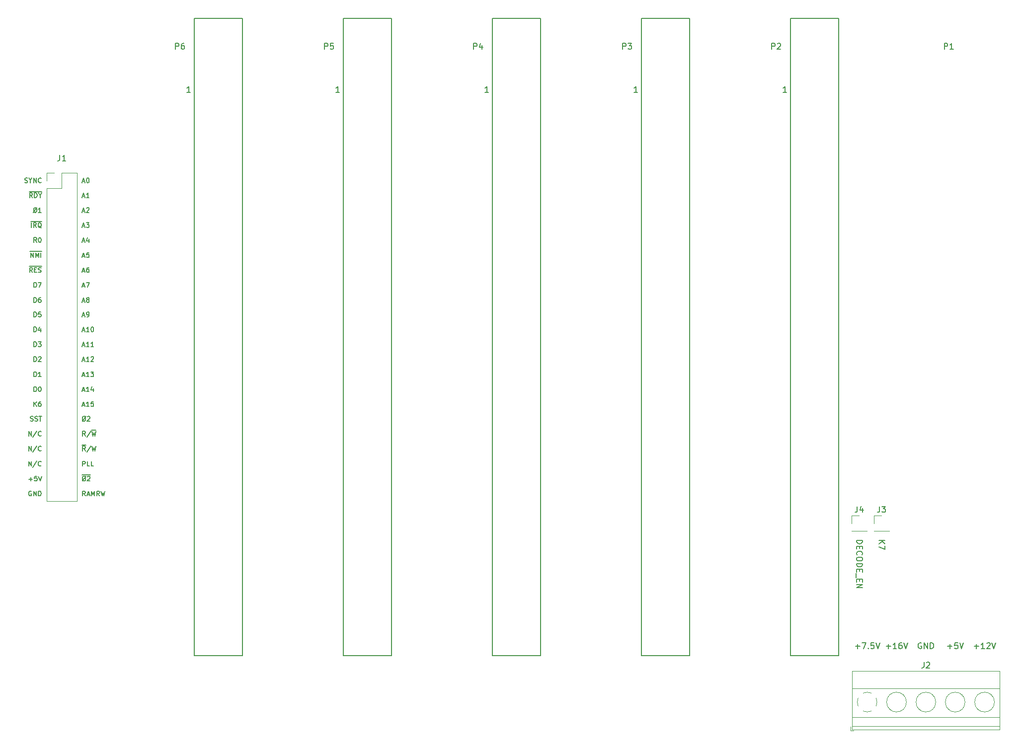
<source format=gto>
%TF.GenerationSoftware,KiCad,Pcbnew,7.0.9*%
%TF.CreationDate,2023-11-11T13:14:58+01:00*%
%TF.ProjectId,kim-1-mtu-expansion-card,6b696d2d-312d-46d7-9475-2d657870616e,rev?*%
%TF.SameCoordinates,Original*%
%TF.FileFunction,Legend,Top*%
%TF.FilePolarity,Positive*%
%FSLAX46Y46*%
G04 Gerber Fmt 4.6, Leading zero omitted, Abs format (unit mm)*
G04 Created by KiCad (PCBNEW 7.0.9) date 2023-11-11 13:14:58*
%MOMM*%
%LPD*%
G01*
G04 APERTURE LIST*
G04 Aperture macros list*
%AMFreePoly0*
4,1,22,-1.270000,3.180000,1.270000,3.180000,1.270000,-1.910000,1.254364,-2.108672,1.198732,-2.329454,1.104571,-2.536755,0.974909,-2.723912,0.813912,-2.884909,0.626755,-3.014571,0.419454,-3.108732,0.198672,-3.164364,0.000000,-3.180000,-0.198672,-3.164364,-0.419454,-3.108732,-0.626755,-3.014571,-0.813912,-2.884909,-0.974909,-2.723912,-1.104571,-2.536755,-1.198732,-2.329454,-1.254364,-2.108672,
-1.270000,-1.910000,-1.270000,3.180000,-1.270000,3.180000,$1*%
G04 Aperture macros list end*
%ADD10C,0.150000*%
%ADD11C,0.200000*%
%ADD12C,0.120000*%
%ADD13O,2.000000X2.000000*%
%ADD14R,2.600000X2.600000*%
%ADD15C,2.600000*%
%ADD16C,1.700000*%
%ADD17FreePoly0,270.000000*%
%ADD18R,1.700000X1.700000*%
%ADD19O,1.700000X1.700000*%
G04 APERTURE END LIST*
D10*
X79721064Y-92883723D02*
X80102017Y-92883723D01*
X79644874Y-93112295D02*
X79911541Y-92312295D01*
X79911541Y-92312295D02*
X80178207Y-93112295D01*
X80863921Y-93112295D02*
X80406778Y-93112295D01*
X80635350Y-93112295D02*
X80635350Y-92312295D01*
X80635350Y-92312295D02*
X80559159Y-92426580D01*
X80559159Y-92426580D02*
X80482969Y-92502771D01*
X80482969Y-92502771D02*
X80406778Y-92540866D01*
X81130588Y-92312295D02*
X81625826Y-92312295D01*
X81625826Y-92312295D02*
X81359160Y-92617057D01*
X81359160Y-92617057D02*
X81473445Y-92617057D01*
X81473445Y-92617057D02*
X81549636Y-92655152D01*
X81549636Y-92655152D02*
X81587731Y-92693247D01*
X81587731Y-92693247D02*
X81625826Y-92769438D01*
X81625826Y-92769438D02*
X81625826Y-92959914D01*
X81625826Y-92959914D02*
X81587731Y-93036104D01*
X81587731Y-93036104D02*
X81549636Y-93074200D01*
X81549636Y-93074200D02*
X81473445Y-93112295D01*
X81473445Y-93112295D02*
X81244874Y-93112295D01*
X81244874Y-93112295D02*
X81168683Y-93074200D01*
X81168683Y-93074200D02*
X81130588Y-93036104D01*
X70888459Y-72792295D02*
X70888459Y-71992295D01*
X70888459Y-71992295D02*
X71345602Y-72792295D01*
X71345602Y-72792295D02*
X71345602Y-71992295D01*
X71726554Y-72792295D02*
X71726554Y-71992295D01*
X71726554Y-71992295D02*
X71993220Y-72563723D01*
X71993220Y-72563723D02*
X72259887Y-71992295D01*
X72259887Y-71992295D02*
X72259887Y-72792295D01*
X72640840Y-72792295D02*
X72640840Y-71992295D01*
X70777983Y-71770200D02*
X72751316Y-71770200D01*
X71002744Y-112670390D02*
X70926554Y-112632295D01*
X70926554Y-112632295D02*
X70812268Y-112632295D01*
X70812268Y-112632295D02*
X70697982Y-112670390D01*
X70697982Y-112670390D02*
X70621792Y-112746580D01*
X70621792Y-112746580D02*
X70583697Y-112822771D01*
X70583697Y-112822771D02*
X70545601Y-112975152D01*
X70545601Y-112975152D02*
X70545601Y-113089438D01*
X70545601Y-113089438D02*
X70583697Y-113241819D01*
X70583697Y-113241819D02*
X70621792Y-113318009D01*
X70621792Y-113318009D02*
X70697982Y-113394200D01*
X70697982Y-113394200D02*
X70812268Y-113432295D01*
X70812268Y-113432295D02*
X70888459Y-113432295D01*
X70888459Y-113432295D02*
X71002744Y-113394200D01*
X71002744Y-113394200D02*
X71040840Y-113356104D01*
X71040840Y-113356104D02*
X71040840Y-113089438D01*
X71040840Y-113089438D02*
X70888459Y-113089438D01*
X71383697Y-113432295D02*
X71383697Y-112632295D01*
X71383697Y-112632295D02*
X71840840Y-113432295D01*
X71840840Y-113432295D02*
X71840840Y-112632295D01*
X72221792Y-113432295D02*
X72221792Y-112632295D01*
X72221792Y-112632295D02*
X72412268Y-112632295D01*
X72412268Y-112632295D02*
X72526554Y-112670390D01*
X72526554Y-112670390D02*
X72602744Y-112746580D01*
X72602744Y-112746580D02*
X72640839Y-112822771D01*
X72640839Y-112822771D02*
X72678935Y-112975152D01*
X72678935Y-112975152D02*
X72678935Y-113089438D01*
X72678935Y-113089438D02*
X72640839Y-113241819D01*
X72640839Y-113241819D02*
X72602744Y-113318009D01*
X72602744Y-113318009D02*
X72526554Y-113394200D01*
X72526554Y-113394200D02*
X72412268Y-113432295D01*
X72412268Y-113432295D02*
X72221792Y-113432295D01*
D11*
X211440000Y-139106266D02*
X212201905Y-139106266D01*
X211820952Y-139487219D02*
X211820952Y-138725314D01*
X212582857Y-138487219D02*
X213249523Y-138487219D01*
X213249523Y-138487219D02*
X212820952Y-139487219D01*
X213630476Y-139391980D02*
X213678095Y-139439600D01*
X213678095Y-139439600D02*
X213630476Y-139487219D01*
X213630476Y-139487219D02*
X213582857Y-139439600D01*
X213582857Y-139439600D02*
X213630476Y-139391980D01*
X213630476Y-139391980D02*
X213630476Y-139487219D01*
X214582856Y-138487219D02*
X214106666Y-138487219D01*
X214106666Y-138487219D02*
X214059047Y-138963409D01*
X214059047Y-138963409D02*
X214106666Y-138915790D01*
X214106666Y-138915790D02*
X214201904Y-138868171D01*
X214201904Y-138868171D02*
X214439999Y-138868171D01*
X214439999Y-138868171D02*
X214535237Y-138915790D01*
X214535237Y-138915790D02*
X214582856Y-138963409D01*
X214582856Y-138963409D02*
X214630475Y-139058647D01*
X214630475Y-139058647D02*
X214630475Y-139296742D01*
X214630475Y-139296742D02*
X214582856Y-139391980D01*
X214582856Y-139391980D02*
X214535237Y-139439600D01*
X214535237Y-139439600D02*
X214439999Y-139487219D01*
X214439999Y-139487219D02*
X214201904Y-139487219D01*
X214201904Y-139487219D02*
X214106666Y-139439600D01*
X214106666Y-139439600D02*
X214059047Y-139391980D01*
X214916190Y-138487219D02*
X215249523Y-139487219D01*
X215249523Y-139487219D02*
X215582856Y-138487219D01*
D10*
X70545602Y-108352295D02*
X70545602Y-107552295D01*
X70545602Y-107552295D02*
X71002745Y-108352295D01*
X71002745Y-108352295D02*
X71002745Y-107552295D01*
X71955125Y-107514200D02*
X71269411Y-108542771D01*
X72678935Y-108276104D02*
X72640839Y-108314200D01*
X72640839Y-108314200D02*
X72526554Y-108352295D01*
X72526554Y-108352295D02*
X72450363Y-108352295D01*
X72450363Y-108352295D02*
X72336077Y-108314200D01*
X72336077Y-108314200D02*
X72259887Y-108238009D01*
X72259887Y-108238009D02*
X72221792Y-108161819D01*
X72221792Y-108161819D02*
X72183696Y-108009438D01*
X72183696Y-108009438D02*
X72183696Y-107895152D01*
X72183696Y-107895152D02*
X72221792Y-107742771D01*
X72221792Y-107742771D02*
X72259887Y-107666580D01*
X72259887Y-107666580D02*
X72336077Y-107590390D01*
X72336077Y-107590390D02*
X72450363Y-107552295D01*
X72450363Y-107552295D02*
X72526554Y-107552295D01*
X72526554Y-107552295D02*
X72640839Y-107590390D01*
X72640839Y-107590390D02*
X72678935Y-107628485D01*
X80292493Y-99892295D02*
X79682969Y-100692295D01*
X79911541Y-100692295D02*
X79835350Y-100654200D01*
X79835350Y-100654200D02*
X79759160Y-100578009D01*
X79759160Y-100578009D02*
X79721064Y-100425628D01*
X79721064Y-100425628D02*
X79721064Y-100158961D01*
X79721064Y-100158961D02*
X79759160Y-100006580D01*
X79759160Y-100006580D02*
X79835350Y-99930390D01*
X79835350Y-99930390D02*
X79911541Y-99892295D01*
X79911541Y-99892295D02*
X80063922Y-99892295D01*
X80063922Y-99892295D02*
X80140112Y-99930390D01*
X80140112Y-99930390D02*
X80216303Y-100006580D01*
X80216303Y-100006580D02*
X80254398Y-100158961D01*
X80254398Y-100158961D02*
X80254398Y-100425628D01*
X80254398Y-100425628D02*
X80216303Y-100578009D01*
X80216303Y-100578009D02*
X80140112Y-100654200D01*
X80140112Y-100654200D02*
X80063922Y-100692295D01*
X80063922Y-100692295D02*
X79911541Y-100692295D01*
X80559159Y-99968485D02*
X80597255Y-99930390D01*
X80597255Y-99930390D02*
X80673445Y-99892295D01*
X80673445Y-99892295D02*
X80863921Y-99892295D01*
X80863921Y-99892295D02*
X80940112Y-99930390D01*
X80940112Y-99930390D02*
X80978207Y-99968485D01*
X80978207Y-99968485D02*
X81016302Y-100044676D01*
X81016302Y-100044676D02*
X81016302Y-100120866D01*
X81016302Y-100120866D02*
X80978207Y-100235152D01*
X80978207Y-100235152D02*
X80521064Y-100692295D01*
X80521064Y-100692295D02*
X81016302Y-100692295D01*
X79721064Y-82683723D02*
X80102017Y-82683723D01*
X79644874Y-82912295D02*
X79911541Y-82112295D01*
X79911541Y-82112295D02*
X80178207Y-82912295D01*
X80482969Y-82912295D02*
X80635350Y-82912295D01*
X80635350Y-82912295D02*
X80711540Y-82874200D01*
X80711540Y-82874200D02*
X80749636Y-82836104D01*
X80749636Y-82836104D02*
X80825826Y-82721819D01*
X80825826Y-82721819D02*
X80863921Y-82569438D01*
X80863921Y-82569438D02*
X80863921Y-82264676D01*
X80863921Y-82264676D02*
X80825826Y-82188485D01*
X80825826Y-82188485D02*
X80787731Y-82150390D01*
X80787731Y-82150390D02*
X80711540Y-82112295D01*
X80711540Y-82112295D02*
X80559159Y-82112295D01*
X80559159Y-82112295D02*
X80482969Y-82150390D01*
X80482969Y-82150390D02*
X80444874Y-82188485D01*
X80444874Y-82188485D02*
X80406778Y-82264676D01*
X80406778Y-82264676D02*
X80406778Y-82455152D01*
X80406778Y-82455152D02*
X80444874Y-82531342D01*
X80444874Y-82531342D02*
X80482969Y-82569438D01*
X80482969Y-82569438D02*
X80559159Y-82607533D01*
X80559159Y-82607533D02*
X80711540Y-82607533D01*
X80711540Y-82607533D02*
X80787731Y-82569438D01*
X80787731Y-82569438D02*
X80825826Y-82531342D01*
X80825826Y-82531342D02*
X80863921Y-82455152D01*
X80216303Y-103232295D02*
X79949636Y-102851342D01*
X79759160Y-103232295D02*
X79759160Y-102432295D01*
X79759160Y-102432295D02*
X80063922Y-102432295D01*
X80063922Y-102432295D02*
X80140112Y-102470390D01*
X80140112Y-102470390D02*
X80178207Y-102508485D01*
X80178207Y-102508485D02*
X80216303Y-102584676D01*
X80216303Y-102584676D02*
X80216303Y-102698961D01*
X80216303Y-102698961D02*
X80178207Y-102775152D01*
X80178207Y-102775152D02*
X80140112Y-102813247D01*
X80140112Y-102813247D02*
X80063922Y-102851342D01*
X80063922Y-102851342D02*
X79759160Y-102851342D01*
X81130588Y-102394200D02*
X80444874Y-103422771D01*
X81321064Y-102432295D02*
X81511540Y-103232295D01*
X81511540Y-103232295D02*
X81663921Y-102660866D01*
X81663921Y-102660866D02*
X81816302Y-103232295D01*
X81816302Y-103232295D02*
X82006779Y-102432295D01*
X81286779Y-102210200D02*
X82041065Y-102210200D01*
X79721064Y-80213723D02*
X80102017Y-80213723D01*
X79644874Y-80442295D02*
X79911541Y-79642295D01*
X79911541Y-79642295D02*
X80178207Y-80442295D01*
X80559159Y-79985152D02*
X80482969Y-79947057D01*
X80482969Y-79947057D02*
X80444874Y-79908961D01*
X80444874Y-79908961D02*
X80406778Y-79832771D01*
X80406778Y-79832771D02*
X80406778Y-79794676D01*
X80406778Y-79794676D02*
X80444874Y-79718485D01*
X80444874Y-79718485D02*
X80482969Y-79680390D01*
X80482969Y-79680390D02*
X80559159Y-79642295D01*
X80559159Y-79642295D02*
X80711540Y-79642295D01*
X80711540Y-79642295D02*
X80787731Y-79680390D01*
X80787731Y-79680390D02*
X80825826Y-79718485D01*
X80825826Y-79718485D02*
X80863921Y-79794676D01*
X80863921Y-79794676D02*
X80863921Y-79832771D01*
X80863921Y-79832771D02*
X80825826Y-79908961D01*
X80825826Y-79908961D02*
X80787731Y-79947057D01*
X80787731Y-79947057D02*
X80711540Y-79985152D01*
X80711540Y-79985152D02*
X80559159Y-79985152D01*
X80559159Y-79985152D02*
X80482969Y-80023247D01*
X80482969Y-80023247D02*
X80444874Y-80061342D01*
X80444874Y-80061342D02*
X80406778Y-80137533D01*
X80406778Y-80137533D02*
X80406778Y-80289914D01*
X80406778Y-80289914D02*
X80444874Y-80366104D01*
X80444874Y-80366104D02*
X80482969Y-80404200D01*
X80482969Y-80404200D02*
X80559159Y-80442295D01*
X80559159Y-80442295D02*
X80711540Y-80442295D01*
X80711540Y-80442295D02*
X80787731Y-80404200D01*
X80787731Y-80404200D02*
X80825826Y-80366104D01*
X80825826Y-80366104D02*
X80863921Y-80289914D01*
X80863921Y-80289914D02*
X80863921Y-80137533D01*
X80863921Y-80137533D02*
X80825826Y-80061342D01*
X80825826Y-80061342D02*
X80787731Y-80023247D01*
X80787731Y-80023247D02*
X80711540Y-79985152D01*
X69897982Y-60014200D02*
X70012268Y-60052295D01*
X70012268Y-60052295D02*
X70202744Y-60052295D01*
X70202744Y-60052295D02*
X70278935Y-60014200D01*
X70278935Y-60014200D02*
X70317030Y-59976104D01*
X70317030Y-59976104D02*
X70355125Y-59899914D01*
X70355125Y-59899914D02*
X70355125Y-59823723D01*
X70355125Y-59823723D02*
X70317030Y-59747533D01*
X70317030Y-59747533D02*
X70278935Y-59709438D01*
X70278935Y-59709438D02*
X70202744Y-59671342D01*
X70202744Y-59671342D02*
X70050363Y-59633247D01*
X70050363Y-59633247D02*
X69974173Y-59595152D01*
X69974173Y-59595152D02*
X69936078Y-59557057D01*
X69936078Y-59557057D02*
X69897982Y-59480866D01*
X69897982Y-59480866D02*
X69897982Y-59404676D01*
X69897982Y-59404676D02*
X69936078Y-59328485D01*
X69936078Y-59328485D02*
X69974173Y-59290390D01*
X69974173Y-59290390D02*
X70050363Y-59252295D01*
X70050363Y-59252295D02*
X70240840Y-59252295D01*
X70240840Y-59252295D02*
X70355125Y-59290390D01*
X70850364Y-59671342D02*
X70850364Y-60052295D01*
X70583697Y-59252295D02*
X70850364Y-59671342D01*
X70850364Y-59671342D02*
X71117030Y-59252295D01*
X71383697Y-60052295D02*
X71383697Y-59252295D01*
X71383697Y-59252295D02*
X71840840Y-60052295D01*
X71840840Y-60052295D02*
X71840840Y-59252295D01*
X72678935Y-59976104D02*
X72640839Y-60014200D01*
X72640839Y-60014200D02*
X72526554Y-60052295D01*
X72526554Y-60052295D02*
X72450363Y-60052295D01*
X72450363Y-60052295D02*
X72336077Y-60014200D01*
X72336077Y-60014200D02*
X72259887Y-59938009D01*
X72259887Y-59938009D02*
X72221792Y-59861819D01*
X72221792Y-59861819D02*
X72183696Y-59709438D01*
X72183696Y-59709438D02*
X72183696Y-59595152D01*
X72183696Y-59595152D02*
X72221792Y-59442771D01*
X72221792Y-59442771D02*
X72259887Y-59366580D01*
X72259887Y-59366580D02*
X72336077Y-59290390D01*
X72336077Y-59290390D02*
X72450363Y-59252295D01*
X72450363Y-59252295D02*
X72526554Y-59252295D01*
X72526554Y-59252295D02*
X72640839Y-59290390D01*
X72640839Y-59290390D02*
X72678935Y-59328485D01*
X71459887Y-85452295D02*
X71459887Y-84652295D01*
X71459887Y-84652295D02*
X71650363Y-84652295D01*
X71650363Y-84652295D02*
X71764649Y-84690390D01*
X71764649Y-84690390D02*
X71840839Y-84766580D01*
X71840839Y-84766580D02*
X71878934Y-84842771D01*
X71878934Y-84842771D02*
X71917030Y-84995152D01*
X71917030Y-84995152D02*
X71917030Y-85109438D01*
X71917030Y-85109438D02*
X71878934Y-85261819D01*
X71878934Y-85261819D02*
X71840839Y-85338009D01*
X71840839Y-85338009D02*
X71764649Y-85414200D01*
X71764649Y-85414200D02*
X71650363Y-85452295D01*
X71650363Y-85452295D02*
X71459887Y-85452295D01*
X72602744Y-84918961D02*
X72602744Y-85452295D01*
X72412268Y-84614200D02*
X72221791Y-85185628D01*
X72221791Y-85185628D02*
X72717030Y-85185628D01*
X71459887Y-77872295D02*
X71459887Y-77072295D01*
X71459887Y-77072295D02*
X71650363Y-77072295D01*
X71650363Y-77072295D02*
X71764649Y-77110390D01*
X71764649Y-77110390D02*
X71840839Y-77186580D01*
X71840839Y-77186580D02*
X71878934Y-77262771D01*
X71878934Y-77262771D02*
X71917030Y-77415152D01*
X71917030Y-77415152D02*
X71917030Y-77529438D01*
X71917030Y-77529438D02*
X71878934Y-77681819D01*
X71878934Y-77681819D02*
X71840839Y-77758009D01*
X71840839Y-77758009D02*
X71764649Y-77834200D01*
X71764649Y-77834200D02*
X71650363Y-77872295D01*
X71650363Y-77872295D02*
X71459887Y-77872295D01*
X72183696Y-77072295D02*
X72717030Y-77072295D01*
X72717030Y-77072295D02*
X72374172Y-77872295D01*
X71917030Y-70212295D02*
X71650363Y-69831342D01*
X71459887Y-70212295D02*
X71459887Y-69412295D01*
X71459887Y-69412295D02*
X71764649Y-69412295D01*
X71764649Y-69412295D02*
X71840839Y-69450390D01*
X71840839Y-69450390D02*
X71878934Y-69488485D01*
X71878934Y-69488485D02*
X71917030Y-69564676D01*
X71917030Y-69564676D02*
X71917030Y-69678961D01*
X71917030Y-69678961D02*
X71878934Y-69755152D01*
X71878934Y-69755152D02*
X71840839Y-69793247D01*
X71840839Y-69793247D02*
X71764649Y-69831342D01*
X71764649Y-69831342D02*
X71459887Y-69831342D01*
X72412268Y-69412295D02*
X72488458Y-69412295D01*
X72488458Y-69412295D02*
X72564649Y-69450390D01*
X72564649Y-69450390D02*
X72602744Y-69488485D01*
X72602744Y-69488485D02*
X72640839Y-69564676D01*
X72640839Y-69564676D02*
X72678934Y-69717057D01*
X72678934Y-69717057D02*
X72678934Y-69907533D01*
X72678934Y-69907533D02*
X72640839Y-70059914D01*
X72640839Y-70059914D02*
X72602744Y-70136104D01*
X72602744Y-70136104D02*
X72564649Y-70174200D01*
X72564649Y-70174200D02*
X72488458Y-70212295D01*
X72488458Y-70212295D02*
X72412268Y-70212295D01*
X72412268Y-70212295D02*
X72336077Y-70174200D01*
X72336077Y-70174200D02*
X72297982Y-70136104D01*
X72297982Y-70136104D02*
X72259887Y-70059914D01*
X72259887Y-70059914D02*
X72221791Y-69907533D01*
X72221791Y-69907533D02*
X72221791Y-69717057D01*
X72221791Y-69717057D02*
X72259887Y-69564676D01*
X72259887Y-69564676D02*
X72297982Y-69488485D01*
X72297982Y-69488485D02*
X72336077Y-69450390D01*
X72336077Y-69450390D02*
X72412268Y-69412295D01*
X71459887Y-95652295D02*
X71459887Y-94852295D01*
X71459887Y-94852295D02*
X71650363Y-94852295D01*
X71650363Y-94852295D02*
X71764649Y-94890390D01*
X71764649Y-94890390D02*
X71840839Y-94966580D01*
X71840839Y-94966580D02*
X71878934Y-95042771D01*
X71878934Y-95042771D02*
X71917030Y-95195152D01*
X71917030Y-95195152D02*
X71917030Y-95309438D01*
X71917030Y-95309438D02*
X71878934Y-95461819D01*
X71878934Y-95461819D02*
X71840839Y-95538009D01*
X71840839Y-95538009D02*
X71764649Y-95614200D01*
X71764649Y-95614200D02*
X71650363Y-95652295D01*
X71650363Y-95652295D02*
X71459887Y-95652295D01*
X72412268Y-94852295D02*
X72488458Y-94852295D01*
X72488458Y-94852295D02*
X72564649Y-94890390D01*
X72564649Y-94890390D02*
X72602744Y-94928485D01*
X72602744Y-94928485D02*
X72640839Y-95004676D01*
X72640839Y-95004676D02*
X72678934Y-95157057D01*
X72678934Y-95157057D02*
X72678934Y-95347533D01*
X72678934Y-95347533D02*
X72640839Y-95499914D01*
X72640839Y-95499914D02*
X72602744Y-95576104D01*
X72602744Y-95576104D02*
X72564649Y-95614200D01*
X72564649Y-95614200D02*
X72488458Y-95652295D01*
X72488458Y-95652295D02*
X72412268Y-95652295D01*
X72412268Y-95652295D02*
X72336077Y-95614200D01*
X72336077Y-95614200D02*
X72297982Y-95576104D01*
X72297982Y-95576104D02*
X72259887Y-95499914D01*
X72259887Y-95499914D02*
X72221791Y-95347533D01*
X72221791Y-95347533D02*
X72221791Y-95157057D01*
X72221791Y-95157057D02*
X72259887Y-95004676D01*
X72259887Y-95004676D02*
X72297982Y-94928485D01*
X72297982Y-94928485D02*
X72336077Y-94890390D01*
X72336077Y-94890390D02*
X72412268Y-94852295D01*
X79721064Y-77643723D02*
X80102017Y-77643723D01*
X79644874Y-77872295D02*
X79911541Y-77072295D01*
X79911541Y-77072295D02*
X80178207Y-77872295D01*
X80368683Y-77072295D02*
X80902017Y-77072295D01*
X80902017Y-77072295D02*
X80559159Y-77872295D01*
X71459887Y-87992295D02*
X71459887Y-87192295D01*
X71459887Y-87192295D02*
X71650363Y-87192295D01*
X71650363Y-87192295D02*
X71764649Y-87230390D01*
X71764649Y-87230390D02*
X71840839Y-87306580D01*
X71840839Y-87306580D02*
X71878934Y-87382771D01*
X71878934Y-87382771D02*
X71917030Y-87535152D01*
X71917030Y-87535152D02*
X71917030Y-87649438D01*
X71917030Y-87649438D02*
X71878934Y-87801819D01*
X71878934Y-87801819D02*
X71840839Y-87878009D01*
X71840839Y-87878009D02*
X71764649Y-87954200D01*
X71764649Y-87954200D02*
X71650363Y-87992295D01*
X71650363Y-87992295D02*
X71459887Y-87992295D01*
X72183696Y-87192295D02*
X72678934Y-87192295D01*
X72678934Y-87192295D02*
X72412268Y-87497057D01*
X72412268Y-87497057D02*
X72526553Y-87497057D01*
X72526553Y-87497057D02*
X72602744Y-87535152D01*
X72602744Y-87535152D02*
X72640839Y-87573247D01*
X72640839Y-87573247D02*
X72678934Y-87649438D01*
X72678934Y-87649438D02*
X72678934Y-87839914D01*
X72678934Y-87839914D02*
X72640839Y-87916104D01*
X72640839Y-87916104D02*
X72602744Y-87954200D01*
X72602744Y-87954200D02*
X72526553Y-87992295D01*
X72526553Y-87992295D02*
X72297982Y-87992295D01*
X72297982Y-87992295D02*
X72221791Y-87954200D01*
X72221791Y-87954200D02*
X72183696Y-87916104D01*
X71459887Y-82912295D02*
X71459887Y-82112295D01*
X71459887Y-82112295D02*
X71650363Y-82112295D01*
X71650363Y-82112295D02*
X71764649Y-82150390D01*
X71764649Y-82150390D02*
X71840839Y-82226580D01*
X71840839Y-82226580D02*
X71878934Y-82302771D01*
X71878934Y-82302771D02*
X71917030Y-82455152D01*
X71917030Y-82455152D02*
X71917030Y-82569438D01*
X71917030Y-82569438D02*
X71878934Y-82721819D01*
X71878934Y-82721819D02*
X71840839Y-82798009D01*
X71840839Y-82798009D02*
X71764649Y-82874200D01*
X71764649Y-82874200D02*
X71650363Y-82912295D01*
X71650363Y-82912295D02*
X71459887Y-82912295D01*
X72640839Y-82112295D02*
X72259887Y-82112295D01*
X72259887Y-82112295D02*
X72221791Y-82493247D01*
X72221791Y-82493247D02*
X72259887Y-82455152D01*
X72259887Y-82455152D02*
X72336077Y-82417057D01*
X72336077Y-82417057D02*
X72526553Y-82417057D01*
X72526553Y-82417057D02*
X72602744Y-82455152D01*
X72602744Y-82455152D02*
X72640839Y-82493247D01*
X72640839Y-82493247D02*
X72678934Y-82569438D01*
X72678934Y-82569438D02*
X72678934Y-82759914D01*
X72678934Y-82759914D02*
X72640839Y-82836104D01*
X72640839Y-82836104D02*
X72602744Y-82874200D01*
X72602744Y-82874200D02*
X72526553Y-82912295D01*
X72526553Y-82912295D02*
X72336077Y-82912295D01*
X72336077Y-82912295D02*
X72259887Y-82874200D01*
X72259887Y-82874200D02*
X72221791Y-82836104D01*
X80216303Y-113432295D02*
X79949636Y-113051342D01*
X79759160Y-113432295D02*
X79759160Y-112632295D01*
X79759160Y-112632295D02*
X80063922Y-112632295D01*
X80063922Y-112632295D02*
X80140112Y-112670390D01*
X80140112Y-112670390D02*
X80178207Y-112708485D01*
X80178207Y-112708485D02*
X80216303Y-112784676D01*
X80216303Y-112784676D02*
X80216303Y-112898961D01*
X80216303Y-112898961D02*
X80178207Y-112975152D01*
X80178207Y-112975152D02*
X80140112Y-113013247D01*
X80140112Y-113013247D02*
X80063922Y-113051342D01*
X80063922Y-113051342D02*
X79759160Y-113051342D01*
X80521064Y-113203723D02*
X80902017Y-113203723D01*
X80444874Y-113432295D02*
X80711541Y-112632295D01*
X80711541Y-112632295D02*
X80978207Y-113432295D01*
X81244874Y-113432295D02*
X81244874Y-112632295D01*
X81244874Y-112632295D02*
X81511540Y-113203723D01*
X81511540Y-113203723D02*
X81778207Y-112632295D01*
X81778207Y-112632295D02*
X81778207Y-113432295D01*
X82616303Y-113432295D02*
X82349636Y-113051342D01*
X82159160Y-113432295D02*
X82159160Y-112632295D01*
X82159160Y-112632295D02*
X82463922Y-112632295D01*
X82463922Y-112632295D02*
X82540112Y-112670390D01*
X82540112Y-112670390D02*
X82578207Y-112708485D01*
X82578207Y-112708485D02*
X82616303Y-112784676D01*
X82616303Y-112784676D02*
X82616303Y-112898961D01*
X82616303Y-112898961D02*
X82578207Y-112975152D01*
X82578207Y-112975152D02*
X82540112Y-113013247D01*
X82540112Y-113013247D02*
X82463922Y-113051342D01*
X82463922Y-113051342D02*
X82159160Y-113051342D01*
X82882969Y-112632295D02*
X83073445Y-113432295D01*
X83073445Y-113432295D02*
X83225826Y-112860866D01*
X83225826Y-112860866D02*
X83378207Y-113432295D01*
X83378207Y-113432295D02*
X83568684Y-112632295D01*
X79721064Y-90303723D02*
X80102017Y-90303723D01*
X79644874Y-90532295D02*
X79911541Y-89732295D01*
X79911541Y-89732295D02*
X80178207Y-90532295D01*
X80863921Y-90532295D02*
X80406778Y-90532295D01*
X80635350Y-90532295D02*
X80635350Y-89732295D01*
X80635350Y-89732295D02*
X80559159Y-89846580D01*
X80559159Y-89846580D02*
X80482969Y-89922771D01*
X80482969Y-89922771D02*
X80406778Y-89960866D01*
X81168683Y-89808485D02*
X81206779Y-89770390D01*
X81206779Y-89770390D02*
X81282969Y-89732295D01*
X81282969Y-89732295D02*
X81473445Y-89732295D01*
X81473445Y-89732295D02*
X81549636Y-89770390D01*
X81549636Y-89770390D02*
X81587731Y-89808485D01*
X81587731Y-89808485D02*
X81625826Y-89884676D01*
X81625826Y-89884676D02*
X81625826Y-89960866D01*
X81625826Y-89960866D02*
X81587731Y-90075152D01*
X81587731Y-90075152D02*
X81130588Y-90532295D01*
X81130588Y-90532295D02*
X81625826Y-90532295D01*
X71193220Y-75332295D02*
X70926553Y-74951342D01*
X70736077Y-75332295D02*
X70736077Y-74532295D01*
X70736077Y-74532295D02*
X71040839Y-74532295D01*
X71040839Y-74532295D02*
X71117029Y-74570390D01*
X71117029Y-74570390D02*
X71155124Y-74608485D01*
X71155124Y-74608485D02*
X71193220Y-74684676D01*
X71193220Y-74684676D02*
X71193220Y-74798961D01*
X71193220Y-74798961D02*
X71155124Y-74875152D01*
X71155124Y-74875152D02*
X71117029Y-74913247D01*
X71117029Y-74913247D02*
X71040839Y-74951342D01*
X71040839Y-74951342D02*
X70736077Y-74951342D01*
X71536077Y-74913247D02*
X71802743Y-74913247D01*
X71917029Y-75332295D02*
X71536077Y-75332295D01*
X71536077Y-75332295D02*
X71536077Y-74532295D01*
X71536077Y-74532295D02*
X71917029Y-74532295D01*
X72221791Y-75294200D02*
X72336077Y-75332295D01*
X72336077Y-75332295D02*
X72526553Y-75332295D01*
X72526553Y-75332295D02*
X72602744Y-75294200D01*
X72602744Y-75294200D02*
X72640839Y-75256104D01*
X72640839Y-75256104D02*
X72678934Y-75179914D01*
X72678934Y-75179914D02*
X72678934Y-75103723D01*
X72678934Y-75103723D02*
X72640839Y-75027533D01*
X72640839Y-75027533D02*
X72602744Y-74989438D01*
X72602744Y-74989438D02*
X72526553Y-74951342D01*
X72526553Y-74951342D02*
X72374172Y-74913247D01*
X72374172Y-74913247D02*
X72297982Y-74875152D01*
X72297982Y-74875152D02*
X72259887Y-74837057D01*
X72259887Y-74837057D02*
X72221791Y-74760866D01*
X72221791Y-74760866D02*
X72221791Y-74684676D01*
X72221791Y-74684676D02*
X72259887Y-74608485D01*
X72259887Y-74608485D02*
X72297982Y-74570390D01*
X72297982Y-74570390D02*
X72374172Y-74532295D01*
X72374172Y-74532295D02*
X72564649Y-74532295D01*
X72564649Y-74532295D02*
X72678934Y-74570390D01*
X70625601Y-74310200D02*
X72751316Y-74310200D01*
X71459887Y-93112295D02*
X71459887Y-92312295D01*
X71459887Y-92312295D02*
X71650363Y-92312295D01*
X71650363Y-92312295D02*
X71764649Y-92350390D01*
X71764649Y-92350390D02*
X71840839Y-92426580D01*
X71840839Y-92426580D02*
X71878934Y-92502771D01*
X71878934Y-92502771D02*
X71917030Y-92655152D01*
X71917030Y-92655152D02*
X71917030Y-92769438D01*
X71917030Y-92769438D02*
X71878934Y-92921819D01*
X71878934Y-92921819D02*
X71840839Y-92998009D01*
X71840839Y-92998009D02*
X71764649Y-93074200D01*
X71764649Y-93074200D02*
X71650363Y-93112295D01*
X71650363Y-93112295D02*
X71459887Y-93112295D01*
X72678934Y-93112295D02*
X72221791Y-93112295D01*
X72450363Y-93112295D02*
X72450363Y-92312295D01*
X72450363Y-92312295D02*
X72374172Y-92426580D01*
X72374172Y-92426580D02*
X72297982Y-92502771D01*
X72297982Y-92502771D02*
X72221791Y-92540866D01*
X70545602Y-103232295D02*
X70545602Y-102432295D01*
X70545602Y-102432295D02*
X71002745Y-103232295D01*
X71002745Y-103232295D02*
X71002745Y-102432295D01*
X71955125Y-102394200D02*
X71269411Y-103422771D01*
X72678935Y-103156104D02*
X72640839Y-103194200D01*
X72640839Y-103194200D02*
X72526554Y-103232295D01*
X72526554Y-103232295D02*
X72450363Y-103232295D01*
X72450363Y-103232295D02*
X72336077Y-103194200D01*
X72336077Y-103194200D02*
X72259887Y-103118009D01*
X72259887Y-103118009D02*
X72221792Y-103041819D01*
X72221792Y-103041819D02*
X72183696Y-102889438D01*
X72183696Y-102889438D02*
X72183696Y-102775152D01*
X72183696Y-102775152D02*
X72221792Y-102622771D01*
X72221792Y-102622771D02*
X72259887Y-102546580D01*
X72259887Y-102546580D02*
X72336077Y-102470390D01*
X72336077Y-102470390D02*
X72450363Y-102432295D01*
X72450363Y-102432295D02*
X72526554Y-102432295D01*
X72526554Y-102432295D02*
X72640839Y-102470390D01*
X72640839Y-102470390D02*
X72678935Y-102508485D01*
X70850362Y-100654200D02*
X70964648Y-100692295D01*
X70964648Y-100692295D02*
X71155124Y-100692295D01*
X71155124Y-100692295D02*
X71231315Y-100654200D01*
X71231315Y-100654200D02*
X71269410Y-100616104D01*
X71269410Y-100616104D02*
X71307505Y-100539914D01*
X71307505Y-100539914D02*
X71307505Y-100463723D01*
X71307505Y-100463723D02*
X71269410Y-100387533D01*
X71269410Y-100387533D02*
X71231315Y-100349438D01*
X71231315Y-100349438D02*
X71155124Y-100311342D01*
X71155124Y-100311342D02*
X71002743Y-100273247D01*
X71002743Y-100273247D02*
X70926553Y-100235152D01*
X70926553Y-100235152D02*
X70888458Y-100197057D01*
X70888458Y-100197057D02*
X70850362Y-100120866D01*
X70850362Y-100120866D02*
X70850362Y-100044676D01*
X70850362Y-100044676D02*
X70888458Y-99968485D01*
X70888458Y-99968485D02*
X70926553Y-99930390D01*
X70926553Y-99930390D02*
X71002743Y-99892295D01*
X71002743Y-99892295D02*
X71193220Y-99892295D01*
X71193220Y-99892295D02*
X71307505Y-99930390D01*
X71612267Y-100654200D02*
X71726553Y-100692295D01*
X71726553Y-100692295D02*
X71917029Y-100692295D01*
X71917029Y-100692295D02*
X71993220Y-100654200D01*
X71993220Y-100654200D02*
X72031315Y-100616104D01*
X72031315Y-100616104D02*
X72069410Y-100539914D01*
X72069410Y-100539914D02*
X72069410Y-100463723D01*
X72069410Y-100463723D02*
X72031315Y-100387533D01*
X72031315Y-100387533D02*
X71993220Y-100349438D01*
X71993220Y-100349438D02*
X71917029Y-100311342D01*
X71917029Y-100311342D02*
X71764648Y-100273247D01*
X71764648Y-100273247D02*
X71688458Y-100235152D01*
X71688458Y-100235152D02*
X71650363Y-100197057D01*
X71650363Y-100197057D02*
X71612267Y-100120866D01*
X71612267Y-100120866D02*
X71612267Y-100044676D01*
X71612267Y-100044676D02*
X71650363Y-99968485D01*
X71650363Y-99968485D02*
X71688458Y-99930390D01*
X71688458Y-99930390D02*
X71764648Y-99892295D01*
X71764648Y-99892295D02*
X71955125Y-99892295D01*
X71955125Y-99892295D02*
X72069410Y-99930390D01*
X72297982Y-99892295D02*
X72755125Y-99892295D01*
X72526553Y-100692295D02*
X72526553Y-99892295D01*
D11*
X231678095Y-139106266D02*
X232440000Y-139106266D01*
X232059047Y-139487219D02*
X232059047Y-138725314D01*
X233439999Y-139487219D02*
X232868571Y-139487219D01*
X233154285Y-139487219D02*
X233154285Y-138487219D01*
X233154285Y-138487219D02*
X233059047Y-138630076D01*
X233059047Y-138630076D02*
X232963809Y-138725314D01*
X232963809Y-138725314D02*
X232868571Y-138772933D01*
X233820952Y-138582457D02*
X233868571Y-138534838D01*
X233868571Y-138534838D02*
X233963809Y-138487219D01*
X233963809Y-138487219D02*
X234201904Y-138487219D01*
X234201904Y-138487219D02*
X234297142Y-138534838D01*
X234297142Y-138534838D02*
X234344761Y-138582457D01*
X234344761Y-138582457D02*
X234392380Y-138677695D01*
X234392380Y-138677695D02*
X234392380Y-138772933D01*
X234392380Y-138772933D02*
X234344761Y-138915790D01*
X234344761Y-138915790D02*
X233773333Y-139487219D01*
X233773333Y-139487219D02*
X234392380Y-139487219D01*
X234678095Y-138487219D02*
X235011428Y-139487219D01*
X235011428Y-139487219D02*
X235344761Y-138487219D01*
D10*
X79721064Y-59823723D02*
X80102017Y-59823723D01*
X79644874Y-60052295D02*
X79911541Y-59252295D01*
X79911541Y-59252295D02*
X80178207Y-60052295D01*
X80597255Y-59252295D02*
X80673445Y-59252295D01*
X80673445Y-59252295D02*
X80749636Y-59290390D01*
X80749636Y-59290390D02*
X80787731Y-59328485D01*
X80787731Y-59328485D02*
X80825826Y-59404676D01*
X80825826Y-59404676D02*
X80863921Y-59557057D01*
X80863921Y-59557057D02*
X80863921Y-59747533D01*
X80863921Y-59747533D02*
X80825826Y-59899914D01*
X80825826Y-59899914D02*
X80787731Y-59976104D01*
X80787731Y-59976104D02*
X80749636Y-60014200D01*
X80749636Y-60014200D02*
X80673445Y-60052295D01*
X80673445Y-60052295D02*
X80597255Y-60052295D01*
X80597255Y-60052295D02*
X80521064Y-60014200D01*
X80521064Y-60014200D02*
X80482969Y-59976104D01*
X80482969Y-59976104D02*
X80444874Y-59899914D01*
X80444874Y-59899914D02*
X80406778Y-59747533D01*
X80406778Y-59747533D02*
X80406778Y-59557057D01*
X80406778Y-59557057D02*
X80444874Y-59404676D01*
X80444874Y-59404676D02*
X80482969Y-59328485D01*
X80482969Y-59328485D02*
X80521064Y-59290390D01*
X80521064Y-59290390D02*
X80597255Y-59252295D01*
D11*
X216678095Y-139106266D02*
X217440000Y-139106266D01*
X217059047Y-139487219D02*
X217059047Y-138725314D01*
X218439999Y-139487219D02*
X217868571Y-139487219D01*
X218154285Y-139487219D02*
X218154285Y-138487219D01*
X218154285Y-138487219D02*
X218059047Y-138630076D01*
X218059047Y-138630076D02*
X217963809Y-138725314D01*
X217963809Y-138725314D02*
X217868571Y-138772933D01*
X219297142Y-138487219D02*
X219106666Y-138487219D01*
X219106666Y-138487219D02*
X219011428Y-138534838D01*
X219011428Y-138534838D02*
X218963809Y-138582457D01*
X218963809Y-138582457D02*
X218868571Y-138725314D01*
X218868571Y-138725314D02*
X218820952Y-138915790D01*
X218820952Y-138915790D02*
X218820952Y-139296742D01*
X218820952Y-139296742D02*
X218868571Y-139391980D01*
X218868571Y-139391980D02*
X218916190Y-139439600D01*
X218916190Y-139439600D02*
X219011428Y-139487219D01*
X219011428Y-139487219D02*
X219201904Y-139487219D01*
X219201904Y-139487219D02*
X219297142Y-139439600D01*
X219297142Y-139439600D02*
X219344761Y-139391980D01*
X219344761Y-139391980D02*
X219392380Y-139296742D01*
X219392380Y-139296742D02*
X219392380Y-139058647D01*
X219392380Y-139058647D02*
X219344761Y-138963409D01*
X219344761Y-138963409D02*
X219297142Y-138915790D01*
X219297142Y-138915790D02*
X219201904Y-138868171D01*
X219201904Y-138868171D02*
X219011428Y-138868171D01*
X219011428Y-138868171D02*
X218916190Y-138915790D01*
X218916190Y-138915790D02*
X218868571Y-138963409D01*
X218868571Y-138963409D02*
X218820952Y-139058647D01*
X219678095Y-138487219D02*
X220011428Y-139487219D01*
X220011428Y-139487219D02*
X220344761Y-138487219D01*
D10*
X71002745Y-67672295D02*
X71002745Y-66872295D01*
X71840840Y-67672295D02*
X71574173Y-67291342D01*
X71383697Y-67672295D02*
X71383697Y-66872295D01*
X71383697Y-66872295D02*
X71688459Y-66872295D01*
X71688459Y-66872295D02*
X71764649Y-66910390D01*
X71764649Y-66910390D02*
X71802744Y-66948485D01*
X71802744Y-66948485D02*
X71840840Y-67024676D01*
X71840840Y-67024676D02*
X71840840Y-67138961D01*
X71840840Y-67138961D02*
X71802744Y-67215152D01*
X71802744Y-67215152D02*
X71764649Y-67253247D01*
X71764649Y-67253247D02*
X71688459Y-67291342D01*
X71688459Y-67291342D02*
X71383697Y-67291342D01*
X72717030Y-67748485D02*
X72640840Y-67710390D01*
X72640840Y-67710390D02*
X72564649Y-67634200D01*
X72564649Y-67634200D02*
X72450363Y-67519914D01*
X72450363Y-67519914D02*
X72374173Y-67481819D01*
X72374173Y-67481819D02*
X72297982Y-67481819D01*
X72336078Y-67672295D02*
X72259887Y-67634200D01*
X72259887Y-67634200D02*
X72183697Y-67558009D01*
X72183697Y-67558009D02*
X72145601Y-67405628D01*
X72145601Y-67405628D02*
X72145601Y-67138961D01*
X72145601Y-67138961D02*
X72183697Y-66986580D01*
X72183697Y-66986580D02*
X72259887Y-66910390D01*
X72259887Y-66910390D02*
X72336078Y-66872295D01*
X72336078Y-66872295D02*
X72488459Y-66872295D01*
X72488459Y-66872295D02*
X72564649Y-66910390D01*
X72564649Y-66910390D02*
X72640840Y-66986580D01*
X72640840Y-66986580D02*
X72678935Y-67138961D01*
X72678935Y-67138961D02*
X72678935Y-67405628D01*
X72678935Y-67405628D02*
X72640840Y-67558009D01*
X72640840Y-67558009D02*
X72564649Y-67634200D01*
X72564649Y-67634200D02*
X72488459Y-67672295D01*
X72488459Y-67672295D02*
X72336078Y-67672295D01*
X70892269Y-66650200D02*
X72751316Y-66650200D01*
X79721064Y-62363723D02*
X80102017Y-62363723D01*
X79644874Y-62592295D02*
X79911541Y-61792295D01*
X79911541Y-61792295D02*
X80178207Y-62592295D01*
X80863921Y-62592295D02*
X80406778Y-62592295D01*
X80635350Y-62592295D02*
X80635350Y-61792295D01*
X80635350Y-61792295D02*
X80559159Y-61906580D01*
X80559159Y-61906580D02*
X80482969Y-61982771D01*
X80482969Y-61982771D02*
X80406778Y-62020866D01*
X71459887Y-98192295D02*
X71459887Y-97392295D01*
X71917030Y-98192295D02*
X71574172Y-97735152D01*
X71917030Y-97392295D02*
X71459887Y-97849438D01*
X72602744Y-97392295D02*
X72450363Y-97392295D01*
X72450363Y-97392295D02*
X72374172Y-97430390D01*
X72374172Y-97430390D02*
X72336077Y-97468485D01*
X72336077Y-97468485D02*
X72259887Y-97582771D01*
X72259887Y-97582771D02*
X72221791Y-97735152D01*
X72221791Y-97735152D02*
X72221791Y-98039914D01*
X72221791Y-98039914D02*
X72259887Y-98116104D01*
X72259887Y-98116104D02*
X72297982Y-98154200D01*
X72297982Y-98154200D02*
X72374172Y-98192295D01*
X72374172Y-98192295D02*
X72526553Y-98192295D01*
X72526553Y-98192295D02*
X72602744Y-98154200D01*
X72602744Y-98154200D02*
X72640839Y-98116104D01*
X72640839Y-98116104D02*
X72678934Y-98039914D01*
X72678934Y-98039914D02*
X72678934Y-97849438D01*
X72678934Y-97849438D02*
X72640839Y-97773247D01*
X72640839Y-97773247D02*
X72602744Y-97735152D01*
X72602744Y-97735152D02*
X72526553Y-97697057D01*
X72526553Y-97697057D02*
X72374172Y-97697057D01*
X72374172Y-97697057D02*
X72297982Y-97735152D01*
X72297982Y-97735152D02*
X72259887Y-97773247D01*
X72259887Y-97773247D02*
X72221791Y-97849438D01*
X79759160Y-108352295D02*
X79759160Y-107552295D01*
X79759160Y-107552295D02*
X80063922Y-107552295D01*
X80063922Y-107552295D02*
X80140112Y-107590390D01*
X80140112Y-107590390D02*
X80178207Y-107628485D01*
X80178207Y-107628485D02*
X80216303Y-107704676D01*
X80216303Y-107704676D02*
X80216303Y-107818961D01*
X80216303Y-107818961D02*
X80178207Y-107895152D01*
X80178207Y-107895152D02*
X80140112Y-107933247D01*
X80140112Y-107933247D02*
X80063922Y-107971342D01*
X80063922Y-107971342D02*
X79759160Y-107971342D01*
X80940112Y-108352295D02*
X80559160Y-108352295D01*
X80559160Y-108352295D02*
X80559160Y-107552295D01*
X81587731Y-108352295D02*
X81206779Y-108352295D01*
X81206779Y-108352295D02*
X81206779Y-107552295D01*
X79721064Y-67443723D02*
X80102017Y-67443723D01*
X79644874Y-67672295D02*
X79911541Y-66872295D01*
X79911541Y-66872295D02*
X80178207Y-67672295D01*
X80368683Y-66872295D02*
X80863921Y-66872295D01*
X80863921Y-66872295D02*
X80597255Y-67177057D01*
X80597255Y-67177057D02*
X80711540Y-67177057D01*
X80711540Y-67177057D02*
X80787731Y-67215152D01*
X80787731Y-67215152D02*
X80825826Y-67253247D01*
X80825826Y-67253247D02*
X80863921Y-67329438D01*
X80863921Y-67329438D02*
X80863921Y-67519914D01*
X80863921Y-67519914D02*
X80825826Y-67596104D01*
X80825826Y-67596104D02*
X80787731Y-67634200D01*
X80787731Y-67634200D02*
X80711540Y-67672295D01*
X80711540Y-67672295D02*
X80482969Y-67672295D01*
X80482969Y-67672295D02*
X80406778Y-67634200D01*
X80406778Y-67634200D02*
X80368683Y-67596104D01*
X71193221Y-62592295D02*
X70926554Y-62211342D01*
X70736078Y-62592295D02*
X70736078Y-61792295D01*
X70736078Y-61792295D02*
X71040840Y-61792295D01*
X71040840Y-61792295D02*
X71117030Y-61830390D01*
X71117030Y-61830390D02*
X71155125Y-61868485D01*
X71155125Y-61868485D02*
X71193221Y-61944676D01*
X71193221Y-61944676D02*
X71193221Y-62058961D01*
X71193221Y-62058961D02*
X71155125Y-62135152D01*
X71155125Y-62135152D02*
X71117030Y-62173247D01*
X71117030Y-62173247D02*
X71040840Y-62211342D01*
X71040840Y-62211342D02*
X70736078Y-62211342D01*
X71536078Y-62592295D02*
X71536078Y-61792295D01*
X71536078Y-61792295D02*
X71726554Y-61792295D01*
X71726554Y-61792295D02*
X71840840Y-61830390D01*
X71840840Y-61830390D02*
X71917030Y-61906580D01*
X71917030Y-61906580D02*
X71955125Y-61982771D01*
X71955125Y-61982771D02*
X71993221Y-62135152D01*
X71993221Y-62135152D02*
X71993221Y-62249438D01*
X71993221Y-62249438D02*
X71955125Y-62401819D01*
X71955125Y-62401819D02*
X71917030Y-62478009D01*
X71917030Y-62478009D02*
X71840840Y-62554200D01*
X71840840Y-62554200D02*
X71726554Y-62592295D01*
X71726554Y-62592295D02*
X71536078Y-62592295D01*
X72488459Y-62211342D02*
X72488459Y-62592295D01*
X72221792Y-61792295D02*
X72488459Y-62211342D01*
X72488459Y-62211342D02*
X72755125Y-61792295D01*
X70625602Y-61570200D02*
X72751316Y-61570200D01*
D11*
X227154286Y-139106266D02*
X227916191Y-139106266D01*
X227535238Y-139487219D02*
X227535238Y-138725314D01*
X228868571Y-138487219D02*
X228392381Y-138487219D01*
X228392381Y-138487219D02*
X228344762Y-138963409D01*
X228344762Y-138963409D02*
X228392381Y-138915790D01*
X228392381Y-138915790D02*
X228487619Y-138868171D01*
X228487619Y-138868171D02*
X228725714Y-138868171D01*
X228725714Y-138868171D02*
X228820952Y-138915790D01*
X228820952Y-138915790D02*
X228868571Y-138963409D01*
X228868571Y-138963409D02*
X228916190Y-139058647D01*
X228916190Y-139058647D02*
X228916190Y-139296742D01*
X228916190Y-139296742D02*
X228868571Y-139391980D01*
X228868571Y-139391980D02*
X228820952Y-139439600D01*
X228820952Y-139439600D02*
X228725714Y-139487219D01*
X228725714Y-139487219D02*
X228487619Y-139487219D01*
X228487619Y-139487219D02*
X228392381Y-139439600D01*
X228392381Y-139439600D02*
X228344762Y-139391980D01*
X229201905Y-138487219D02*
X229535238Y-139487219D01*
X229535238Y-139487219D02*
X229868571Y-138487219D01*
D10*
X70545602Y-105772295D02*
X70545602Y-104972295D01*
X70545602Y-104972295D02*
X71002745Y-105772295D01*
X71002745Y-105772295D02*
X71002745Y-104972295D01*
X71955125Y-104934200D02*
X71269411Y-105962771D01*
X72678935Y-105696104D02*
X72640839Y-105734200D01*
X72640839Y-105734200D02*
X72526554Y-105772295D01*
X72526554Y-105772295D02*
X72450363Y-105772295D01*
X72450363Y-105772295D02*
X72336077Y-105734200D01*
X72336077Y-105734200D02*
X72259887Y-105658009D01*
X72259887Y-105658009D02*
X72221792Y-105581819D01*
X72221792Y-105581819D02*
X72183696Y-105429438D01*
X72183696Y-105429438D02*
X72183696Y-105315152D01*
X72183696Y-105315152D02*
X72221792Y-105162771D01*
X72221792Y-105162771D02*
X72259887Y-105086580D01*
X72259887Y-105086580D02*
X72336077Y-105010390D01*
X72336077Y-105010390D02*
X72450363Y-104972295D01*
X72450363Y-104972295D02*
X72526554Y-104972295D01*
X72526554Y-104972295D02*
X72640839Y-105010390D01*
X72640839Y-105010390D02*
X72678935Y-105048485D01*
D11*
X222678095Y-138534838D02*
X222582857Y-138487219D01*
X222582857Y-138487219D02*
X222440000Y-138487219D01*
X222440000Y-138487219D02*
X222297143Y-138534838D01*
X222297143Y-138534838D02*
X222201905Y-138630076D01*
X222201905Y-138630076D02*
X222154286Y-138725314D01*
X222154286Y-138725314D02*
X222106667Y-138915790D01*
X222106667Y-138915790D02*
X222106667Y-139058647D01*
X222106667Y-139058647D02*
X222154286Y-139249123D01*
X222154286Y-139249123D02*
X222201905Y-139344361D01*
X222201905Y-139344361D02*
X222297143Y-139439600D01*
X222297143Y-139439600D02*
X222440000Y-139487219D01*
X222440000Y-139487219D02*
X222535238Y-139487219D01*
X222535238Y-139487219D02*
X222678095Y-139439600D01*
X222678095Y-139439600D02*
X222725714Y-139391980D01*
X222725714Y-139391980D02*
X222725714Y-139058647D01*
X222725714Y-139058647D02*
X222535238Y-139058647D01*
X223154286Y-139487219D02*
X223154286Y-138487219D01*
X223154286Y-138487219D02*
X223725714Y-139487219D01*
X223725714Y-139487219D02*
X223725714Y-138487219D01*
X224201905Y-139487219D02*
X224201905Y-138487219D01*
X224201905Y-138487219D02*
X224440000Y-138487219D01*
X224440000Y-138487219D02*
X224582857Y-138534838D01*
X224582857Y-138534838D02*
X224678095Y-138630076D01*
X224678095Y-138630076D02*
X224725714Y-138725314D01*
X224725714Y-138725314D02*
X224773333Y-138915790D01*
X224773333Y-138915790D02*
X224773333Y-139058647D01*
X224773333Y-139058647D02*
X224725714Y-139249123D01*
X224725714Y-139249123D02*
X224678095Y-139344361D01*
X224678095Y-139344361D02*
X224582857Y-139439600D01*
X224582857Y-139439600D02*
X224440000Y-139487219D01*
X224440000Y-139487219D02*
X224201905Y-139487219D01*
D10*
X79721064Y-69983723D02*
X80102017Y-69983723D01*
X79644874Y-70212295D02*
X79911541Y-69412295D01*
X79911541Y-69412295D02*
X80178207Y-70212295D01*
X80787731Y-69678961D02*
X80787731Y-70212295D01*
X80597255Y-69374200D02*
X80406778Y-69945628D01*
X80406778Y-69945628D02*
X80902017Y-69945628D01*
X71459887Y-90532295D02*
X71459887Y-89732295D01*
X71459887Y-89732295D02*
X71650363Y-89732295D01*
X71650363Y-89732295D02*
X71764649Y-89770390D01*
X71764649Y-89770390D02*
X71840839Y-89846580D01*
X71840839Y-89846580D02*
X71878934Y-89922771D01*
X71878934Y-89922771D02*
X71917030Y-90075152D01*
X71917030Y-90075152D02*
X71917030Y-90189438D01*
X71917030Y-90189438D02*
X71878934Y-90341819D01*
X71878934Y-90341819D02*
X71840839Y-90418009D01*
X71840839Y-90418009D02*
X71764649Y-90494200D01*
X71764649Y-90494200D02*
X71650363Y-90532295D01*
X71650363Y-90532295D02*
X71459887Y-90532295D01*
X72221791Y-89808485D02*
X72259887Y-89770390D01*
X72259887Y-89770390D02*
X72336077Y-89732295D01*
X72336077Y-89732295D02*
X72526553Y-89732295D01*
X72526553Y-89732295D02*
X72602744Y-89770390D01*
X72602744Y-89770390D02*
X72640839Y-89808485D01*
X72640839Y-89808485D02*
X72678934Y-89884676D01*
X72678934Y-89884676D02*
X72678934Y-89960866D01*
X72678934Y-89960866D02*
X72640839Y-90075152D01*
X72640839Y-90075152D02*
X72183696Y-90532295D01*
X72183696Y-90532295D02*
X72678934Y-90532295D01*
X79721064Y-97963723D02*
X80102017Y-97963723D01*
X79644874Y-98192295D02*
X79911541Y-97392295D01*
X79911541Y-97392295D02*
X80178207Y-98192295D01*
X80863921Y-98192295D02*
X80406778Y-98192295D01*
X80635350Y-98192295D02*
X80635350Y-97392295D01*
X80635350Y-97392295D02*
X80559159Y-97506580D01*
X80559159Y-97506580D02*
X80482969Y-97582771D01*
X80482969Y-97582771D02*
X80406778Y-97620866D01*
X81587731Y-97392295D02*
X81206779Y-97392295D01*
X81206779Y-97392295D02*
X81168683Y-97773247D01*
X81168683Y-97773247D02*
X81206779Y-97735152D01*
X81206779Y-97735152D02*
X81282969Y-97697057D01*
X81282969Y-97697057D02*
X81473445Y-97697057D01*
X81473445Y-97697057D02*
X81549636Y-97735152D01*
X81549636Y-97735152D02*
X81587731Y-97773247D01*
X81587731Y-97773247D02*
X81625826Y-97849438D01*
X81625826Y-97849438D02*
X81625826Y-98039914D01*
X81625826Y-98039914D02*
X81587731Y-98116104D01*
X81587731Y-98116104D02*
X81549636Y-98154200D01*
X81549636Y-98154200D02*
X81473445Y-98192295D01*
X81473445Y-98192295D02*
X81282969Y-98192295D01*
X81282969Y-98192295D02*
X81206779Y-98154200D01*
X81206779Y-98154200D02*
X81168683Y-98116104D01*
X79721064Y-72563723D02*
X80102017Y-72563723D01*
X79644874Y-72792295D02*
X79911541Y-71992295D01*
X79911541Y-71992295D02*
X80178207Y-72792295D01*
X80825826Y-71992295D02*
X80444874Y-71992295D01*
X80444874Y-71992295D02*
X80406778Y-72373247D01*
X80406778Y-72373247D02*
X80444874Y-72335152D01*
X80444874Y-72335152D02*
X80521064Y-72297057D01*
X80521064Y-72297057D02*
X80711540Y-72297057D01*
X80711540Y-72297057D02*
X80787731Y-72335152D01*
X80787731Y-72335152D02*
X80825826Y-72373247D01*
X80825826Y-72373247D02*
X80863921Y-72449438D01*
X80863921Y-72449438D02*
X80863921Y-72639914D01*
X80863921Y-72639914D02*
X80825826Y-72716104D01*
X80825826Y-72716104D02*
X80787731Y-72754200D01*
X80787731Y-72754200D02*
X80711540Y-72792295D01*
X80711540Y-72792295D02*
X80521064Y-72792295D01*
X80521064Y-72792295D02*
X80444874Y-72754200D01*
X80444874Y-72754200D02*
X80406778Y-72716104D01*
X80216303Y-105772295D02*
X79949636Y-105391342D01*
X79759160Y-105772295D02*
X79759160Y-104972295D01*
X79759160Y-104972295D02*
X80063922Y-104972295D01*
X80063922Y-104972295D02*
X80140112Y-105010390D01*
X80140112Y-105010390D02*
X80178207Y-105048485D01*
X80178207Y-105048485D02*
X80216303Y-105124676D01*
X80216303Y-105124676D02*
X80216303Y-105238961D01*
X80216303Y-105238961D02*
X80178207Y-105315152D01*
X80178207Y-105315152D02*
X80140112Y-105353247D01*
X80140112Y-105353247D02*
X80063922Y-105391342D01*
X80063922Y-105391342D02*
X79759160Y-105391342D01*
X79648684Y-104750200D02*
X80288684Y-104750200D01*
X81130588Y-104934200D02*
X80444874Y-105962771D01*
X81321064Y-104972295D02*
X81511540Y-105772295D01*
X81511540Y-105772295D02*
X81663921Y-105200866D01*
X81663921Y-105200866D02*
X81816302Y-105772295D01*
X81816302Y-105772295D02*
X82006779Y-104972295D01*
X71955125Y-64332295D02*
X71345601Y-65132295D01*
X71574173Y-65132295D02*
X71497982Y-65094200D01*
X71497982Y-65094200D02*
X71421792Y-65018009D01*
X71421792Y-65018009D02*
X71383696Y-64865628D01*
X71383696Y-64865628D02*
X71383696Y-64598961D01*
X71383696Y-64598961D02*
X71421792Y-64446580D01*
X71421792Y-64446580D02*
X71497982Y-64370390D01*
X71497982Y-64370390D02*
X71574173Y-64332295D01*
X71574173Y-64332295D02*
X71726554Y-64332295D01*
X71726554Y-64332295D02*
X71802744Y-64370390D01*
X71802744Y-64370390D02*
X71878935Y-64446580D01*
X71878935Y-64446580D02*
X71917030Y-64598961D01*
X71917030Y-64598961D02*
X71917030Y-64865628D01*
X71917030Y-64865628D02*
X71878935Y-65018009D01*
X71878935Y-65018009D02*
X71802744Y-65094200D01*
X71802744Y-65094200D02*
X71726554Y-65132295D01*
X71726554Y-65132295D02*
X71574173Y-65132295D01*
X72678934Y-65132295D02*
X72221791Y-65132295D01*
X72450363Y-65132295D02*
X72450363Y-64332295D01*
X72450363Y-64332295D02*
X72374172Y-64446580D01*
X72374172Y-64446580D02*
X72297982Y-64522771D01*
X72297982Y-64522771D02*
X72221791Y-64560866D01*
X79721064Y-85223723D02*
X80102017Y-85223723D01*
X79644874Y-85452295D02*
X79911541Y-84652295D01*
X79911541Y-84652295D02*
X80178207Y-85452295D01*
X80863921Y-85452295D02*
X80406778Y-85452295D01*
X80635350Y-85452295D02*
X80635350Y-84652295D01*
X80635350Y-84652295D02*
X80559159Y-84766580D01*
X80559159Y-84766580D02*
X80482969Y-84842771D01*
X80482969Y-84842771D02*
X80406778Y-84880866D01*
X81359160Y-84652295D02*
X81435350Y-84652295D01*
X81435350Y-84652295D02*
X81511541Y-84690390D01*
X81511541Y-84690390D02*
X81549636Y-84728485D01*
X81549636Y-84728485D02*
X81587731Y-84804676D01*
X81587731Y-84804676D02*
X81625826Y-84957057D01*
X81625826Y-84957057D02*
X81625826Y-85147533D01*
X81625826Y-85147533D02*
X81587731Y-85299914D01*
X81587731Y-85299914D02*
X81549636Y-85376104D01*
X81549636Y-85376104D02*
X81511541Y-85414200D01*
X81511541Y-85414200D02*
X81435350Y-85452295D01*
X81435350Y-85452295D02*
X81359160Y-85452295D01*
X81359160Y-85452295D02*
X81282969Y-85414200D01*
X81282969Y-85414200D02*
X81244874Y-85376104D01*
X81244874Y-85376104D02*
X81206779Y-85299914D01*
X81206779Y-85299914D02*
X81168683Y-85147533D01*
X81168683Y-85147533D02*
X81168683Y-84957057D01*
X81168683Y-84957057D02*
X81206779Y-84804676D01*
X81206779Y-84804676D02*
X81244874Y-84728485D01*
X81244874Y-84728485D02*
X81282969Y-84690390D01*
X81282969Y-84690390D02*
X81359160Y-84652295D01*
X79721064Y-87763723D02*
X80102017Y-87763723D01*
X79644874Y-87992295D02*
X79911541Y-87192295D01*
X79911541Y-87192295D02*
X80178207Y-87992295D01*
X80863921Y-87992295D02*
X80406778Y-87992295D01*
X80635350Y-87992295D02*
X80635350Y-87192295D01*
X80635350Y-87192295D02*
X80559159Y-87306580D01*
X80559159Y-87306580D02*
X80482969Y-87382771D01*
X80482969Y-87382771D02*
X80406778Y-87420866D01*
X81625826Y-87992295D02*
X81168683Y-87992295D01*
X81397255Y-87992295D02*
X81397255Y-87192295D01*
X81397255Y-87192295D02*
X81321064Y-87306580D01*
X81321064Y-87306580D02*
X81244874Y-87382771D01*
X81244874Y-87382771D02*
X81168683Y-87420866D01*
D11*
X211637780Y-121019673D02*
X212637780Y-121019673D01*
X212637780Y-121019673D02*
X212637780Y-121257768D01*
X212637780Y-121257768D02*
X212590161Y-121400625D01*
X212590161Y-121400625D02*
X212494923Y-121495863D01*
X212494923Y-121495863D02*
X212399685Y-121543482D01*
X212399685Y-121543482D02*
X212209209Y-121591101D01*
X212209209Y-121591101D02*
X212066352Y-121591101D01*
X212066352Y-121591101D02*
X211875876Y-121543482D01*
X211875876Y-121543482D02*
X211780638Y-121495863D01*
X211780638Y-121495863D02*
X211685400Y-121400625D01*
X211685400Y-121400625D02*
X211637780Y-121257768D01*
X211637780Y-121257768D02*
X211637780Y-121019673D01*
X212161590Y-122019673D02*
X212161590Y-122353006D01*
X211637780Y-122495863D02*
X211637780Y-122019673D01*
X211637780Y-122019673D02*
X212637780Y-122019673D01*
X212637780Y-122019673D02*
X212637780Y-122495863D01*
X211733019Y-123495863D02*
X211685400Y-123448244D01*
X211685400Y-123448244D02*
X211637780Y-123305387D01*
X211637780Y-123305387D02*
X211637780Y-123210149D01*
X211637780Y-123210149D02*
X211685400Y-123067292D01*
X211685400Y-123067292D02*
X211780638Y-122972054D01*
X211780638Y-122972054D02*
X211875876Y-122924435D01*
X211875876Y-122924435D02*
X212066352Y-122876816D01*
X212066352Y-122876816D02*
X212209209Y-122876816D01*
X212209209Y-122876816D02*
X212399685Y-122924435D01*
X212399685Y-122924435D02*
X212494923Y-122972054D01*
X212494923Y-122972054D02*
X212590161Y-123067292D01*
X212590161Y-123067292D02*
X212637780Y-123210149D01*
X212637780Y-123210149D02*
X212637780Y-123305387D01*
X212637780Y-123305387D02*
X212590161Y-123448244D01*
X212590161Y-123448244D02*
X212542542Y-123495863D01*
X212637780Y-124114911D02*
X212637780Y-124305387D01*
X212637780Y-124305387D02*
X212590161Y-124400625D01*
X212590161Y-124400625D02*
X212494923Y-124495863D01*
X212494923Y-124495863D02*
X212304447Y-124543482D01*
X212304447Y-124543482D02*
X211971114Y-124543482D01*
X211971114Y-124543482D02*
X211780638Y-124495863D01*
X211780638Y-124495863D02*
X211685400Y-124400625D01*
X211685400Y-124400625D02*
X211637780Y-124305387D01*
X211637780Y-124305387D02*
X211637780Y-124114911D01*
X211637780Y-124114911D02*
X211685400Y-124019673D01*
X211685400Y-124019673D02*
X211780638Y-123924435D01*
X211780638Y-123924435D02*
X211971114Y-123876816D01*
X211971114Y-123876816D02*
X212304447Y-123876816D01*
X212304447Y-123876816D02*
X212494923Y-123924435D01*
X212494923Y-123924435D02*
X212590161Y-124019673D01*
X212590161Y-124019673D02*
X212637780Y-124114911D01*
X211637780Y-124972054D02*
X212637780Y-124972054D01*
X212637780Y-124972054D02*
X212637780Y-125210149D01*
X212637780Y-125210149D02*
X212590161Y-125353006D01*
X212590161Y-125353006D02*
X212494923Y-125448244D01*
X212494923Y-125448244D02*
X212399685Y-125495863D01*
X212399685Y-125495863D02*
X212209209Y-125543482D01*
X212209209Y-125543482D02*
X212066352Y-125543482D01*
X212066352Y-125543482D02*
X211875876Y-125495863D01*
X211875876Y-125495863D02*
X211780638Y-125448244D01*
X211780638Y-125448244D02*
X211685400Y-125353006D01*
X211685400Y-125353006D02*
X211637780Y-125210149D01*
X211637780Y-125210149D02*
X211637780Y-124972054D01*
X212161590Y-125972054D02*
X212161590Y-126305387D01*
X211637780Y-126448244D02*
X211637780Y-125972054D01*
X211637780Y-125972054D02*
X212637780Y-125972054D01*
X212637780Y-125972054D02*
X212637780Y-126448244D01*
X211542542Y-126638721D02*
X211542542Y-127400625D01*
X212161590Y-127638721D02*
X212161590Y-127972054D01*
X211637780Y-128114911D02*
X211637780Y-127638721D01*
X211637780Y-127638721D02*
X212637780Y-127638721D01*
X212637780Y-127638721D02*
X212637780Y-128114911D01*
X211637780Y-128543483D02*
X212637780Y-128543483D01*
X212637780Y-128543483D02*
X211637780Y-129114911D01*
X211637780Y-129114911D02*
X212637780Y-129114911D01*
D10*
X79721064Y-95423723D02*
X80102017Y-95423723D01*
X79644874Y-95652295D02*
X79911541Y-94852295D01*
X79911541Y-94852295D02*
X80178207Y-95652295D01*
X80863921Y-95652295D02*
X80406778Y-95652295D01*
X80635350Y-95652295D02*
X80635350Y-94852295D01*
X80635350Y-94852295D02*
X80559159Y-94966580D01*
X80559159Y-94966580D02*
X80482969Y-95042771D01*
X80482969Y-95042771D02*
X80406778Y-95080866D01*
X81549636Y-95118961D02*
X81549636Y-95652295D01*
X81359160Y-94814200D02*
X81168683Y-95385628D01*
X81168683Y-95385628D02*
X81663922Y-95385628D01*
X79721064Y-75103723D02*
X80102017Y-75103723D01*
X79644874Y-75332295D02*
X79911541Y-74532295D01*
X79911541Y-74532295D02*
X80178207Y-75332295D01*
X80787731Y-74532295D02*
X80635350Y-74532295D01*
X80635350Y-74532295D02*
X80559159Y-74570390D01*
X80559159Y-74570390D02*
X80521064Y-74608485D01*
X80521064Y-74608485D02*
X80444874Y-74722771D01*
X80444874Y-74722771D02*
X80406778Y-74875152D01*
X80406778Y-74875152D02*
X80406778Y-75179914D01*
X80406778Y-75179914D02*
X80444874Y-75256104D01*
X80444874Y-75256104D02*
X80482969Y-75294200D01*
X80482969Y-75294200D02*
X80559159Y-75332295D01*
X80559159Y-75332295D02*
X80711540Y-75332295D01*
X80711540Y-75332295D02*
X80787731Y-75294200D01*
X80787731Y-75294200D02*
X80825826Y-75256104D01*
X80825826Y-75256104D02*
X80863921Y-75179914D01*
X80863921Y-75179914D02*
X80863921Y-74989438D01*
X80863921Y-74989438D02*
X80825826Y-74913247D01*
X80825826Y-74913247D02*
X80787731Y-74875152D01*
X80787731Y-74875152D02*
X80711540Y-74837057D01*
X80711540Y-74837057D02*
X80559159Y-74837057D01*
X80559159Y-74837057D02*
X80482969Y-74875152D01*
X80482969Y-74875152D02*
X80444874Y-74913247D01*
X80444874Y-74913247D02*
X80406778Y-74989438D01*
X70583697Y-110587533D02*
X71193221Y-110587533D01*
X70888459Y-110892295D02*
X70888459Y-110282771D01*
X71955125Y-110092295D02*
X71574173Y-110092295D01*
X71574173Y-110092295D02*
X71536077Y-110473247D01*
X71536077Y-110473247D02*
X71574173Y-110435152D01*
X71574173Y-110435152D02*
X71650363Y-110397057D01*
X71650363Y-110397057D02*
X71840839Y-110397057D01*
X71840839Y-110397057D02*
X71917030Y-110435152D01*
X71917030Y-110435152D02*
X71955125Y-110473247D01*
X71955125Y-110473247D02*
X71993220Y-110549438D01*
X71993220Y-110549438D02*
X71993220Y-110739914D01*
X71993220Y-110739914D02*
X71955125Y-110816104D01*
X71955125Y-110816104D02*
X71917030Y-110854200D01*
X71917030Y-110854200D02*
X71840839Y-110892295D01*
X71840839Y-110892295D02*
X71650363Y-110892295D01*
X71650363Y-110892295D02*
X71574173Y-110854200D01*
X71574173Y-110854200D02*
X71536077Y-110816104D01*
X72221792Y-110092295D02*
X72488459Y-110892295D01*
X72488459Y-110892295D02*
X72755125Y-110092295D01*
D11*
X215447780Y-121019673D02*
X216447780Y-121019673D01*
X215447780Y-121591101D02*
X216019209Y-121162530D01*
X216447780Y-121591101D02*
X215876352Y-121019673D01*
X216447780Y-121924435D02*
X216447780Y-122591101D01*
X216447780Y-122591101D02*
X215447780Y-122162530D01*
D10*
X71459887Y-80442295D02*
X71459887Y-79642295D01*
X71459887Y-79642295D02*
X71650363Y-79642295D01*
X71650363Y-79642295D02*
X71764649Y-79680390D01*
X71764649Y-79680390D02*
X71840839Y-79756580D01*
X71840839Y-79756580D02*
X71878934Y-79832771D01*
X71878934Y-79832771D02*
X71917030Y-79985152D01*
X71917030Y-79985152D02*
X71917030Y-80099438D01*
X71917030Y-80099438D02*
X71878934Y-80251819D01*
X71878934Y-80251819D02*
X71840839Y-80328009D01*
X71840839Y-80328009D02*
X71764649Y-80404200D01*
X71764649Y-80404200D02*
X71650363Y-80442295D01*
X71650363Y-80442295D02*
X71459887Y-80442295D01*
X72602744Y-79642295D02*
X72450363Y-79642295D01*
X72450363Y-79642295D02*
X72374172Y-79680390D01*
X72374172Y-79680390D02*
X72336077Y-79718485D01*
X72336077Y-79718485D02*
X72259887Y-79832771D01*
X72259887Y-79832771D02*
X72221791Y-79985152D01*
X72221791Y-79985152D02*
X72221791Y-80289914D01*
X72221791Y-80289914D02*
X72259887Y-80366104D01*
X72259887Y-80366104D02*
X72297982Y-80404200D01*
X72297982Y-80404200D02*
X72374172Y-80442295D01*
X72374172Y-80442295D02*
X72526553Y-80442295D01*
X72526553Y-80442295D02*
X72602744Y-80404200D01*
X72602744Y-80404200D02*
X72640839Y-80366104D01*
X72640839Y-80366104D02*
X72678934Y-80289914D01*
X72678934Y-80289914D02*
X72678934Y-80099438D01*
X72678934Y-80099438D02*
X72640839Y-80023247D01*
X72640839Y-80023247D02*
X72602744Y-79985152D01*
X72602744Y-79985152D02*
X72526553Y-79947057D01*
X72526553Y-79947057D02*
X72374172Y-79947057D01*
X72374172Y-79947057D02*
X72297982Y-79985152D01*
X72297982Y-79985152D02*
X72259887Y-80023247D01*
X72259887Y-80023247D02*
X72221791Y-80099438D01*
X80292493Y-110092295D02*
X79682969Y-110892295D01*
X79911541Y-110892295D02*
X79835350Y-110854200D01*
X79835350Y-110854200D02*
X79759160Y-110778009D01*
X79759160Y-110778009D02*
X79721064Y-110625628D01*
X79721064Y-110625628D02*
X79721064Y-110358961D01*
X79721064Y-110358961D02*
X79759160Y-110206580D01*
X79759160Y-110206580D02*
X79835350Y-110130390D01*
X79835350Y-110130390D02*
X79911541Y-110092295D01*
X79911541Y-110092295D02*
X80063922Y-110092295D01*
X80063922Y-110092295D02*
X80140112Y-110130390D01*
X80140112Y-110130390D02*
X80216303Y-110206580D01*
X80216303Y-110206580D02*
X80254398Y-110358961D01*
X80254398Y-110358961D02*
X80254398Y-110625628D01*
X80254398Y-110625628D02*
X80216303Y-110778009D01*
X80216303Y-110778009D02*
X80140112Y-110854200D01*
X80140112Y-110854200D02*
X80063922Y-110892295D01*
X80063922Y-110892295D02*
X79911541Y-110892295D01*
X80559159Y-110168485D02*
X80597255Y-110130390D01*
X80597255Y-110130390D02*
X80673445Y-110092295D01*
X80673445Y-110092295D02*
X80863921Y-110092295D01*
X80863921Y-110092295D02*
X80940112Y-110130390D01*
X80940112Y-110130390D02*
X80978207Y-110168485D01*
X80978207Y-110168485D02*
X81016302Y-110244676D01*
X81016302Y-110244676D02*
X81016302Y-110320866D01*
X81016302Y-110320866D02*
X80978207Y-110435152D01*
X80978207Y-110435152D02*
X80521064Y-110892295D01*
X80521064Y-110892295D02*
X81016302Y-110892295D01*
X79648684Y-109870200D02*
X81088684Y-109870200D01*
X79721064Y-64903723D02*
X80102017Y-64903723D01*
X79644874Y-65132295D02*
X79911541Y-64332295D01*
X79911541Y-64332295D02*
X80178207Y-65132295D01*
X80406778Y-64408485D02*
X80444874Y-64370390D01*
X80444874Y-64370390D02*
X80521064Y-64332295D01*
X80521064Y-64332295D02*
X80711540Y-64332295D01*
X80711540Y-64332295D02*
X80787731Y-64370390D01*
X80787731Y-64370390D02*
X80825826Y-64408485D01*
X80825826Y-64408485D02*
X80863921Y-64484676D01*
X80863921Y-64484676D02*
X80863921Y-64560866D01*
X80863921Y-64560866D02*
X80825826Y-64675152D01*
X80825826Y-64675152D02*
X80368683Y-65132295D01*
X80368683Y-65132295D02*
X80863921Y-65132295D01*
X120986779Y-37284819D02*
X120986779Y-36284819D01*
X120986779Y-36284819D02*
X121367731Y-36284819D01*
X121367731Y-36284819D02*
X121462969Y-36332438D01*
X121462969Y-36332438D02*
X121510588Y-36380057D01*
X121510588Y-36380057D02*
X121558207Y-36475295D01*
X121558207Y-36475295D02*
X121558207Y-36618152D01*
X121558207Y-36618152D02*
X121510588Y-36713390D01*
X121510588Y-36713390D02*
X121462969Y-36761009D01*
X121462969Y-36761009D02*
X121367731Y-36808628D01*
X121367731Y-36808628D02*
X120986779Y-36808628D01*
X122462969Y-36284819D02*
X121986779Y-36284819D01*
X121986779Y-36284819D02*
X121939160Y-36761009D01*
X121939160Y-36761009D02*
X121986779Y-36713390D01*
X121986779Y-36713390D02*
X122082017Y-36665771D01*
X122082017Y-36665771D02*
X122320112Y-36665771D01*
X122320112Y-36665771D02*
X122415350Y-36713390D01*
X122415350Y-36713390D02*
X122462969Y-36761009D01*
X122462969Y-36761009D02*
X122510588Y-36856247D01*
X122510588Y-36856247D02*
X122510588Y-37094342D01*
X122510588Y-37094342D02*
X122462969Y-37189580D01*
X122462969Y-37189580D02*
X122415350Y-37237200D01*
X122415350Y-37237200D02*
X122320112Y-37284819D01*
X122320112Y-37284819D02*
X122082017Y-37284819D01*
X122082017Y-37284819D02*
X121986779Y-37237200D01*
X121986779Y-37237200D02*
X121939160Y-37189580D01*
X123490588Y-44649819D02*
X122919160Y-44649819D01*
X123204874Y-44649819D02*
X123204874Y-43649819D01*
X123204874Y-43649819D02*
X123109636Y-43792676D01*
X123109636Y-43792676D02*
X123014398Y-43887914D01*
X123014398Y-43887914D02*
X122919160Y-43935533D01*
X146386779Y-37284819D02*
X146386779Y-36284819D01*
X146386779Y-36284819D02*
X146767731Y-36284819D01*
X146767731Y-36284819D02*
X146862969Y-36332438D01*
X146862969Y-36332438D02*
X146910588Y-36380057D01*
X146910588Y-36380057D02*
X146958207Y-36475295D01*
X146958207Y-36475295D02*
X146958207Y-36618152D01*
X146958207Y-36618152D02*
X146910588Y-36713390D01*
X146910588Y-36713390D02*
X146862969Y-36761009D01*
X146862969Y-36761009D02*
X146767731Y-36808628D01*
X146767731Y-36808628D02*
X146386779Y-36808628D01*
X147815350Y-36618152D02*
X147815350Y-37284819D01*
X147577255Y-36237200D02*
X147339160Y-36951485D01*
X147339160Y-36951485D02*
X147958207Y-36951485D01*
X148890588Y-44649819D02*
X148319160Y-44649819D01*
X148604874Y-44649819D02*
X148604874Y-43649819D01*
X148604874Y-43649819D02*
X148509636Y-43792676D01*
X148509636Y-43792676D02*
X148414398Y-43887914D01*
X148414398Y-43887914D02*
X148319160Y-43935533D01*
X197186779Y-37284819D02*
X197186779Y-36284819D01*
X197186779Y-36284819D02*
X197567731Y-36284819D01*
X197567731Y-36284819D02*
X197662969Y-36332438D01*
X197662969Y-36332438D02*
X197710588Y-36380057D01*
X197710588Y-36380057D02*
X197758207Y-36475295D01*
X197758207Y-36475295D02*
X197758207Y-36618152D01*
X197758207Y-36618152D02*
X197710588Y-36713390D01*
X197710588Y-36713390D02*
X197662969Y-36761009D01*
X197662969Y-36761009D02*
X197567731Y-36808628D01*
X197567731Y-36808628D02*
X197186779Y-36808628D01*
X198139160Y-36380057D02*
X198186779Y-36332438D01*
X198186779Y-36332438D02*
X198282017Y-36284819D01*
X198282017Y-36284819D02*
X198520112Y-36284819D01*
X198520112Y-36284819D02*
X198615350Y-36332438D01*
X198615350Y-36332438D02*
X198662969Y-36380057D01*
X198662969Y-36380057D02*
X198710588Y-36475295D01*
X198710588Y-36475295D02*
X198710588Y-36570533D01*
X198710588Y-36570533D02*
X198662969Y-36713390D01*
X198662969Y-36713390D02*
X198091541Y-37284819D01*
X198091541Y-37284819D02*
X198710588Y-37284819D01*
X199690588Y-44649819D02*
X199119160Y-44649819D01*
X199404874Y-44649819D02*
X199404874Y-43649819D01*
X199404874Y-43649819D02*
X199309636Y-43792676D01*
X199309636Y-43792676D02*
X199214398Y-43887914D01*
X199214398Y-43887914D02*
X199119160Y-43935533D01*
X171786779Y-37284819D02*
X171786779Y-36284819D01*
X171786779Y-36284819D02*
X172167731Y-36284819D01*
X172167731Y-36284819D02*
X172262969Y-36332438D01*
X172262969Y-36332438D02*
X172310588Y-36380057D01*
X172310588Y-36380057D02*
X172358207Y-36475295D01*
X172358207Y-36475295D02*
X172358207Y-36618152D01*
X172358207Y-36618152D02*
X172310588Y-36713390D01*
X172310588Y-36713390D02*
X172262969Y-36761009D01*
X172262969Y-36761009D02*
X172167731Y-36808628D01*
X172167731Y-36808628D02*
X171786779Y-36808628D01*
X172691541Y-36284819D02*
X173310588Y-36284819D01*
X173310588Y-36284819D02*
X172977255Y-36665771D01*
X172977255Y-36665771D02*
X173120112Y-36665771D01*
X173120112Y-36665771D02*
X173215350Y-36713390D01*
X173215350Y-36713390D02*
X173262969Y-36761009D01*
X173262969Y-36761009D02*
X173310588Y-36856247D01*
X173310588Y-36856247D02*
X173310588Y-37094342D01*
X173310588Y-37094342D02*
X173262969Y-37189580D01*
X173262969Y-37189580D02*
X173215350Y-37237200D01*
X173215350Y-37237200D02*
X173120112Y-37284819D01*
X173120112Y-37284819D02*
X172834398Y-37284819D01*
X172834398Y-37284819D02*
X172739160Y-37237200D01*
X172739160Y-37237200D02*
X172691541Y-37189580D01*
X174290588Y-44649819D02*
X173719160Y-44649819D01*
X174004874Y-44649819D02*
X174004874Y-43649819D01*
X174004874Y-43649819D02*
X173909636Y-43792676D01*
X173909636Y-43792676D02*
X173814398Y-43887914D01*
X173814398Y-43887914D02*
X173719160Y-43935533D01*
X95586779Y-37284819D02*
X95586779Y-36284819D01*
X95586779Y-36284819D02*
X95967731Y-36284819D01*
X95967731Y-36284819D02*
X96062969Y-36332438D01*
X96062969Y-36332438D02*
X96110588Y-36380057D01*
X96110588Y-36380057D02*
X96158207Y-36475295D01*
X96158207Y-36475295D02*
X96158207Y-36618152D01*
X96158207Y-36618152D02*
X96110588Y-36713390D01*
X96110588Y-36713390D02*
X96062969Y-36761009D01*
X96062969Y-36761009D02*
X95967731Y-36808628D01*
X95967731Y-36808628D02*
X95586779Y-36808628D01*
X97015350Y-36284819D02*
X96824874Y-36284819D01*
X96824874Y-36284819D02*
X96729636Y-36332438D01*
X96729636Y-36332438D02*
X96682017Y-36380057D01*
X96682017Y-36380057D02*
X96586779Y-36522914D01*
X96586779Y-36522914D02*
X96539160Y-36713390D01*
X96539160Y-36713390D02*
X96539160Y-37094342D01*
X96539160Y-37094342D02*
X96586779Y-37189580D01*
X96586779Y-37189580D02*
X96634398Y-37237200D01*
X96634398Y-37237200D02*
X96729636Y-37284819D01*
X96729636Y-37284819D02*
X96920112Y-37284819D01*
X96920112Y-37284819D02*
X97015350Y-37237200D01*
X97015350Y-37237200D02*
X97062969Y-37189580D01*
X97062969Y-37189580D02*
X97110588Y-37094342D01*
X97110588Y-37094342D02*
X97110588Y-36856247D01*
X97110588Y-36856247D02*
X97062969Y-36761009D01*
X97062969Y-36761009D02*
X97015350Y-36713390D01*
X97015350Y-36713390D02*
X96920112Y-36665771D01*
X96920112Y-36665771D02*
X96729636Y-36665771D01*
X96729636Y-36665771D02*
X96634398Y-36713390D01*
X96634398Y-36713390D02*
X96586779Y-36761009D01*
X96586779Y-36761009D02*
X96539160Y-36856247D01*
X98090588Y-44649819D02*
X97519160Y-44649819D01*
X97804874Y-44649819D02*
X97804874Y-43649819D01*
X97804874Y-43649819D02*
X97709636Y-43792676D01*
X97709636Y-43792676D02*
X97614398Y-43887914D01*
X97614398Y-43887914D02*
X97519160Y-43935533D01*
X223106666Y-141784819D02*
X223106666Y-142499104D01*
X223106666Y-142499104D02*
X223059047Y-142641961D01*
X223059047Y-142641961D02*
X222963809Y-142737200D01*
X222963809Y-142737200D02*
X222820952Y-142784819D01*
X222820952Y-142784819D02*
X222725714Y-142784819D01*
X223535238Y-141880057D02*
X223582857Y-141832438D01*
X223582857Y-141832438D02*
X223678095Y-141784819D01*
X223678095Y-141784819D02*
X223916190Y-141784819D01*
X223916190Y-141784819D02*
X224011428Y-141832438D01*
X224011428Y-141832438D02*
X224059047Y-141880057D01*
X224059047Y-141880057D02*
X224106666Y-141975295D01*
X224106666Y-141975295D02*
X224106666Y-142070533D01*
X224106666Y-142070533D02*
X224059047Y-142213390D01*
X224059047Y-142213390D02*
X223487619Y-142784819D01*
X223487619Y-142784819D02*
X224106666Y-142784819D01*
X215566666Y-115234819D02*
X215566666Y-115949104D01*
X215566666Y-115949104D02*
X215519047Y-116091961D01*
X215519047Y-116091961D02*
X215423809Y-116187200D01*
X215423809Y-116187200D02*
X215280952Y-116234819D01*
X215280952Y-116234819D02*
X215185714Y-116234819D01*
X215947619Y-115234819D02*
X216566666Y-115234819D01*
X216566666Y-115234819D02*
X216233333Y-115615771D01*
X216233333Y-115615771D02*
X216376190Y-115615771D01*
X216376190Y-115615771D02*
X216471428Y-115663390D01*
X216471428Y-115663390D02*
X216519047Y-115711009D01*
X216519047Y-115711009D02*
X216566666Y-115806247D01*
X216566666Y-115806247D02*
X216566666Y-116044342D01*
X216566666Y-116044342D02*
X216519047Y-116139580D01*
X216519047Y-116139580D02*
X216471428Y-116187200D01*
X216471428Y-116187200D02*
X216376190Y-116234819D01*
X216376190Y-116234819D02*
X216090476Y-116234819D01*
X216090476Y-116234819D02*
X215995238Y-116187200D01*
X215995238Y-116187200D02*
X215947619Y-116139580D01*
X211756666Y-115234819D02*
X211756666Y-115949104D01*
X211756666Y-115949104D02*
X211709047Y-116091961D01*
X211709047Y-116091961D02*
X211613809Y-116187200D01*
X211613809Y-116187200D02*
X211470952Y-116234819D01*
X211470952Y-116234819D02*
X211375714Y-116234819D01*
X212661428Y-115568152D02*
X212661428Y-116234819D01*
X212423333Y-115187200D02*
X212185238Y-115901485D01*
X212185238Y-115901485D02*
X212804285Y-115901485D01*
X226591905Y-37284819D02*
X226591905Y-36284819D01*
X226591905Y-36284819D02*
X226972857Y-36284819D01*
X226972857Y-36284819D02*
X227068095Y-36332438D01*
X227068095Y-36332438D02*
X227115714Y-36380057D01*
X227115714Y-36380057D02*
X227163333Y-36475295D01*
X227163333Y-36475295D02*
X227163333Y-36618152D01*
X227163333Y-36618152D02*
X227115714Y-36713390D01*
X227115714Y-36713390D02*
X227068095Y-36761009D01*
X227068095Y-36761009D02*
X226972857Y-36808628D01*
X226972857Y-36808628D02*
X226591905Y-36808628D01*
X228115714Y-37284819D02*
X227544286Y-37284819D01*
X227830000Y-37284819D02*
X227830000Y-36284819D01*
X227830000Y-36284819D02*
X227734762Y-36427676D01*
X227734762Y-36427676D02*
X227639524Y-36522914D01*
X227639524Y-36522914D02*
X227544286Y-36570533D01*
X75866666Y-55334819D02*
X75866666Y-56049104D01*
X75866666Y-56049104D02*
X75819047Y-56191961D01*
X75819047Y-56191961D02*
X75723809Y-56287200D01*
X75723809Y-56287200D02*
X75580952Y-56334819D01*
X75580952Y-56334819D02*
X75485714Y-56334819D01*
X76866666Y-56334819D02*
X76295238Y-56334819D01*
X76580952Y-56334819D02*
X76580952Y-55334819D01*
X76580952Y-55334819D02*
X76485714Y-55477676D01*
X76485714Y-55477676D02*
X76390476Y-55572914D01*
X76390476Y-55572914D02*
X76295238Y-55620533D01*
%TO.C,P5*%
X124140000Y-32030000D02*
X132400000Y-32030000D01*
X124140000Y-140690000D02*
X124140000Y-32030000D01*
X132400000Y-32030000D02*
X132400000Y-140690000D01*
X132400000Y-140690000D02*
X124140000Y-140690000D01*
%TO.C,P4*%
X149540000Y-32030000D02*
X157800000Y-32030000D01*
X149540000Y-140690000D02*
X149540000Y-32030000D01*
X157800000Y-32030000D02*
X157800000Y-140690000D01*
X157800000Y-140690000D02*
X149540000Y-140690000D01*
%TO.C,P2*%
X200340000Y-32030000D02*
X208600000Y-32030000D01*
X200340000Y-140690000D02*
X200340000Y-32030000D01*
X208600000Y-32030000D02*
X208600000Y-140690000D01*
X208600000Y-140690000D02*
X200340000Y-140690000D01*
%TO.C,P3*%
X174940000Y-32030000D02*
X183200000Y-32030000D01*
X174940000Y-140690000D02*
X174940000Y-32030000D01*
X183200000Y-32030000D02*
X183200000Y-140690000D01*
X183200000Y-140690000D02*
X174940000Y-140690000D01*
%TO.C,P6*%
X98740000Y-32030000D02*
X107000000Y-32030000D01*
X98740000Y-140690000D02*
X98740000Y-32030000D01*
X107000000Y-32030000D02*
X107000000Y-140690000D01*
X107000000Y-140690000D02*
X98740000Y-140690000D01*
D12*
%TO.C,J2*%
X210640000Y-152750000D02*
X210640000Y-153490000D01*
X210640000Y-153490000D02*
X211140000Y-153490000D01*
X210880000Y-143329000D02*
X210880000Y-153250000D01*
X210880000Y-143329000D02*
X236000000Y-143329000D01*
X210880000Y-146289000D02*
X236000000Y-146289000D01*
X210880000Y-151190000D02*
X236000000Y-151190000D01*
X210880000Y-152690000D02*
X236000000Y-152690000D01*
X210880000Y-153250000D02*
X236000000Y-153250000D01*
X217213000Y-149613000D02*
X217166000Y-149659000D01*
X217406000Y-149829000D02*
X217371000Y-149864000D01*
X219510000Y-147315000D02*
X219475000Y-147351000D01*
X219715000Y-147521000D02*
X219668000Y-147567000D01*
X222213000Y-149613000D02*
X222166000Y-149659000D01*
X222406000Y-149829000D02*
X222371000Y-149864000D01*
X224510000Y-147315000D02*
X224475000Y-147351000D01*
X224715000Y-147521000D02*
X224668000Y-147567000D01*
X227213000Y-149613000D02*
X227166000Y-149659000D01*
X227406000Y-149829000D02*
X227371000Y-149864000D01*
X229510000Y-147315000D02*
X229475000Y-147351000D01*
X229715000Y-147521000D02*
X229668000Y-147567000D01*
X232213000Y-149613000D02*
X232166000Y-149659000D01*
X232406000Y-149829000D02*
X232371000Y-149864000D01*
X234510000Y-147315000D02*
X234475000Y-147351000D01*
X234715000Y-147521000D02*
X234668000Y-147567000D01*
X236000000Y-143329000D02*
X236000000Y-153250000D01*
X211905001Y-147906001D02*
G75*
G03*
X211904574Y-149273042I1534992J-684000D01*
G01*
X214123999Y-147055001D02*
G75*
G03*
X212756958Y-147054574I-684000J-1534992D01*
G01*
X212756000Y-150124999D02*
G75*
G03*
X213468805Y-150270252I683999J1535000D01*
G01*
X213440000Y-150269999D02*
G75*
G03*
X214123318Y-150124755I0J1679999D01*
G01*
X214975000Y-149274000D02*
G75*
G03*
X214975426Y-147906958I-1535000J684000D01*
G01*
X220120000Y-148590000D02*
G75*
G03*
X220120000Y-148590000I-1680000J0D01*
G01*
X225120000Y-148590000D02*
G75*
G03*
X225120000Y-148590000I-1680000J0D01*
G01*
X230120000Y-148590000D02*
G75*
G03*
X230120000Y-148590000I-1680000J0D01*
G01*
X235120000Y-148590000D02*
G75*
G03*
X235120000Y-148590000I-1680000J0D01*
G01*
%TO.C,J3*%
X214570000Y-116780000D02*
X215900000Y-116780000D01*
X214570000Y-118110000D02*
X214570000Y-116780000D01*
X214570000Y-119380000D02*
X214570000Y-119440000D01*
X214570000Y-119380000D02*
X217230000Y-119380000D01*
X214570000Y-119440000D02*
X217230000Y-119440000D01*
X217230000Y-119380000D02*
X217230000Y-119440000D01*
%TO.C,J4*%
X210760000Y-116780000D02*
X212090000Y-116780000D01*
X210760000Y-118110000D02*
X210760000Y-116780000D01*
X210760000Y-119380000D02*
X210760000Y-119440000D01*
X210760000Y-119380000D02*
X213420000Y-119380000D01*
X210760000Y-119440000D02*
X213420000Y-119440000D01*
X213420000Y-119380000D02*
X213420000Y-119440000D01*
%TO.C,J1*%
X73600000Y-58360000D02*
X74930000Y-58360000D01*
X73600000Y-59690000D02*
X73600000Y-58360000D01*
X73600000Y-60960000D02*
X73600000Y-114360000D01*
X73600000Y-60960000D02*
X76200000Y-60960000D01*
X73600000Y-114360000D02*
X78800000Y-114360000D01*
X76200000Y-58360000D02*
X78800000Y-58360000D01*
X76200000Y-60960000D02*
X76200000Y-58360000D01*
X78800000Y-58360000D02*
X78800000Y-114360000D01*
%TD*%
%LPC*%
%TO.C,P7*%
X58140000Y-40740000D02*
X68200000Y-40740000D01*
X68200000Y-40740000D02*
X68200000Y-131980000D01*
X68200000Y-131980000D02*
X58140000Y-131980000D01*
X58140000Y-131980000D02*
X58140000Y-40740000D01*
G36*
X58140000Y-40740000D02*
G01*
X68200000Y-40740000D01*
X68200000Y-131980000D01*
X58140000Y-131980000D01*
X58140000Y-40740000D01*
G37*
%TD*%
D13*
%TO.C,P5*%
X128270000Y-137515000D03*
X125730000Y-44780000D03*
X125730000Y-48740000D03*
X125730000Y-52700000D03*
X125730000Y-56660000D03*
X125730000Y-60620000D03*
X125730000Y-64580000D03*
X125730000Y-68540000D03*
X125730000Y-72500000D03*
X125730000Y-76460000D03*
X125730000Y-80420000D03*
X125730000Y-84380000D03*
X125730000Y-88340000D03*
X125730000Y-92300000D03*
X125730000Y-96260000D03*
X125730000Y-100220000D03*
X125730000Y-104180000D03*
X125730000Y-108140000D03*
X125730000Y-112100000D03*
X125730000Y-116060000D03*
X125730000Y-120020000D03*
X125730000Y-123980000D03*
X125730000Y-127940000D03*
X130810000Y-44780000D03*
X130810000Y-48740000D03*
X130810000Y-52700000D03*
X130810000Y-56660000D03*
X130810000Y-60620000D03*
X130810000Y-64580000D03*
X130810000Y-68540000D03*
X130810000Y-72500000D03*
X130810000Y-76460000D03*
X130810000Y-80420000D03*
X130810000Y-84380000D03*
X130810000Y-88340000D03*
X130810000Y-92300000D03*
X130810000Y-96260000D03*
X130810000Y-100220000D03*
X130810000Y-104180000D03*
X130810000Y-108140000D03*
X130810000Y-112100000D03*
X130810000Y-116060000D03*
X130810000Y-120020000D03*
X130810000Y-123980000D03*
X130810000Y-127940000D03*
%TD*%
%TO.C,P4*%
X153670000Y-137515000D03*
X151130000Y-44780000D03*
X151130000Y-48740000D03*
X151130000Y-52700000D03*
X151130000Y-56660000D03*
X151130000Y-60620000D03*
X151130000Y-64580000D03*
X151130000Y-68540000D03*
X151130000Y-72500000D03*
X151130000Y-76460000D03*
X151130000Y-80420000D03*
X151130000Y-84380000D03*
X151130000Y-88340000D03*
X151130000Y-92300000D03*
X151130000Y-96260000D03*
X151130000Y-100220000D03*
X151130000Y-104180000D03*
X151130000Y-108140000D03*
X151130000Y-112100000D03*
X151130000Y-116060000D03*
X151130000Y-120020000D03*
X151130000Y-123980000D03*
X151130000Y-127940000D03*
X156210000Y-44780000D03*
X156210000Y-48740000D03*
X156210000Y-52700000D03*
X156210000Y-56660000D03*
X156210000Y-60620000D03*
X156210000Y-64580000D03*
X156210000Y-68540000D03*
X156210000Y-72500000D03*
X156210000Y-76460000D03*
X156210000Y-80420000D03*
X156210000Y-84380000D03*
X156210000Y-88340000D03*
X156210000Y-92300000D03*
X156210000Y-96260000D03*
X156210000Y-100220000D03*
X156210000Y-104180000D03*
X156210000Y-108140000D03*
X156210000Y-112100000D03*
X156210000Y-116060000D03*
X156210000Y-120020000D03*
X156210000Y-123980000D03*
X156210000Y-127940000D03*
%TD*%
%TO.C,P2*%
X204470000Y-137515000D03*
X201930000Y-44780000D03*
X201930000Y-48740000D03*
X201930000Y-52700000D03*
X201930000Y-56660000D03*
X201930000Y-60620000D03*
X201930000Y-64580000D03*
X201930000Y-68540000D03*
X201930000Y-72500000D03*
X201930000Y-76460000D03*
X201930000Y-80420000D03*
X201930000Y-84380000D03*
X201930000Y-88340000D03*
X201930000Y-92300000D03*
X201930000Y-96260000D03*
X201930000Y-100220000D03*
X201930000Y-104180000D03*
X201930000Y-108140000D03*
X201930000Y-112100000D03*
X201930000Y-116060000D03*
X201930000Y-120020000D03*
X201930000Y-123980000D03*
X201930000Y-127940000D03*
X207010000Y-44780000D03*
X207010000Y-48740000D03*
X207010000Y-52700000D03*
X207010000Y-56660000D03*
X207010000Y-60620000D03*
X207010000Y-64580000D03*
X207010000Y-68540000D03*
X207010000Y-72500000D03*
X207010000Y-76460000D03*
X207010000Y-80420000D03*
X207010000Y-84380000D03*
X207010000Y-88340000D03*
X207010000Y-92300000D03*
X207010000Y-96260000D03*
X207010000Y-100220000D03*
X207010000Y-104180000D03*
X207010000Y-108140000D03*
X207010000Y-112100000D03*
X207010000Y-116060000D03*
X207010000Y-120020000D03*
X207010000Y-123980000D03*
X207010000Y-127940000D03*
%TD*%
%TO.C,P3*%
X179070000Y-137515000D03*
X176530000Y-44780000D03*
X176530000Y-48740000D03*
X176530000Y-52700000D03*
X176530000Y-56660000D03*
X176530000Y-60620000D03*
X176530000Y-64580000D03*
X176530000Y-68540000D03*
X176530000Y-72500000D03*
X176530000Y-76460000D03*
X176530000Y-80420000D03*
X176530000Y-84380000D03*
X176530000Y-88340000D03*
X176530000Y-92300000D03*
X176530000Y-96260000D03*
X176530000Y-100220000D03*
X176530000Y-104180000D03*
X176530000Y-108140000D03*
X176530000Y-112100000D03*
X176530000Y-116060000D03*
X176530000Y-120020000D03*
X176530000Y-123980000D03*
X176530000Y-127940000D03*
X181610000Y-44780000D03*
X181610000Y-48740000D03*
X181610000Y-52700000D03*
X181610000Y-56660000D03*
X181610000Y-60620000D03*
X181610000Y-64580000D03*
X181610000Y-68540000D03*
X181610000Y-72500000D03*
X181610000Y-76460000D03*
X181610000Y-80420000D03*
X181610000Y-84380000D03*
X181610000Y-88340000D03*
X181610000Y-92300000D03*
X181610000Y-96260000D03*
X181610000Y-100220000D03*
X181610000Y-104180000D03*
X181610000Y-108140000D03*
X181610000Y-112100000D03*
X181610000Y-116060000D03*
X181610000Y-120020000D03*
X181610000Y-123980000D03*
X181610000Y-127940000D03*
%TD*%
%TO.C,P6*%
X102870000Y-137515000D03*
X100330000Y-44780000D03*
X100330000Y-48740000D03*
X100330000Y-52700000D03*
X100330000Y-56660000D03*
X100330000Y-60620000D03*
X100330000Y-64580000D03*
X100330000Y-68540000D03*
X100330000Y-72500000D03*
X100330000Y-76460000D03*
X100330000Y-80420000D03*
X100330000Y-84380000D03*
X100330000Y-88340000D03*
X100330000Y-92300000D03*
X100330000Y-96260000D03*
X100330000Y-100220000D03*
X100330000Y-104180000D03*
X100330000Y-108140000D03*
X100330000Y-112100000D03*
X100330000Y-116060000D03*
X100330000Y-120020000D03*
X100330000Y-123980000D03*
X100330000Y-127940000D03*
X105410000Y-44780000D03*
X105410000Y-48740000D03*
X105410000Y-52700000D03*
X105410000Y-56660000D03*
X105410000Y-60620000D03*
X105410000Y-64580000D03*
X105410000Y-68540000D03*
X105410000Y-72500000D03*
X105410000Y-76460000D03*
X105410000Y-80420000D03*
X105410000Y-84380000D03*
X105410000Y-88340000D03*
X105410000Y-92300000D03*
X105410000Y-96260000D03*
X105410000Y-100220000D03*
X105410000Y-104180000D03*
X105410000Y-108140000D03*
X105410000Y-112100000D03*
X105410000Y-116060000D03*
X105410000Y-120020000D03*
X105410000Y-123980000D03*
X105410000Y-127940000D03*
%TD*%
D14*
%TO.C,J2*%
X213440000Y-148590000D03*
D15*
X218440000Y-148590000D03*
X223440000Y-148590000D03*
X228440000Y-148590000D03*
X233440000Y-148590000D03*
%TD*%
D16*
%TO.C,J3*%
X215900000Y-118110000D03*
%TD*%
%TO.C,J4*%
X212090000Y-118110000D03*
%TD*%
D17*
%TO.C,P1*%
X233680000Y-44780000D03*
X233680000Y-48740000D03*
X233680000Y-52700000D03*
X233680000Y-56660000D03*
X233680000Y-60620000D03*
X233680000Y-64580000D03*
X233680000Y-68540000D03*
X233680000Y-72500000D03*
X233680000Y-76460000D03*
X233680000Y-80420000D03*
X233680000Y-84380000D03*
X233680000Y-88340000D03*
X233680000Y-92300000D03*
X233680000Y-96260000D03*
X233680000Y-100220000D03*
X233680000Y-104180000D03*
X233680000Y-108140000D03*
X233680000Y-112100000D03*
X233680000Y-116060000D03*
X233680000Y-120020000D03*
X233680000Y-123980000D03*
X233680000Y-127940000D03*
%TD*%
D18*
%TO.C,J1*%
X74930000Y-59690000D03*
D19*
X74930000Y-62230000D03*
X74930000Y-64770000D03*
X74930000Y-67310000D03*
X74930000Y-69850000D03*
X74930000Y-72390000D03*
X74930000Y-74930000D03*
X74930000Y-77470000D03*
X74930000Y-80010000D03*
X74930000Y-82550000D03*
X74930000Y-85090000D03*
X74930000Y-87630000D03*
X74930000Y-90170000D03*
X74930000Y-92710000D03*
X74930000Y-95250000D03*
X74930000Y-97790000D03*
X74930000Y-100330000D03*
X74930000Y-102870000D03*
X74930000Y-105410000D03*
X74930000Y-107950000D03*
X74930000Y-110490000D03*
X74930000Y-113030000D03*
X77470000Y-59690000D03*
X77470000Y-62230000D03*
X77470000Y-64770000D03*
X77470000Y-67310000D03*
X77470000Y-69850000D03*
X77470000Y-72390000D03*
X77470000Y-74930000D03*
X77470000Y-77470000D03*
X77470000Y-80010000D03*
X77470000Y-82550000D03*
X77470000Y-85090000D03*
X77470000Y-87630000D03*
X77470000Y-90170000D03*
X77470000Y-92710000D03*
X77470000Y-95250000D03*
X77470000Y-97790000D03*
X77470000Y-100330000D03*
X77470000Y-102870000D03*
X77470000Y-105410000D03*
X77470000Y-107950000D03*
X77470000Y-110490000D03*
X77470000Y-113030000D03*
%TD*%
%LPD*%
M02*

</source>
